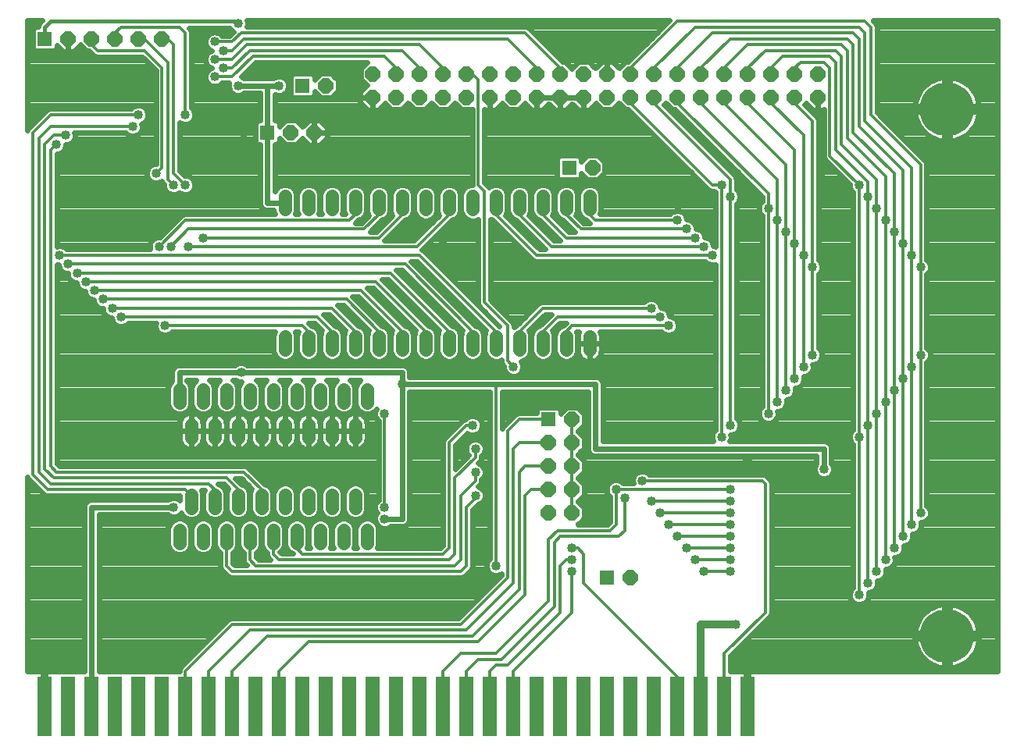
<source format=gbl>
G75*
G70*
%OFA0B0*%
%FSLAX24Y24*%
%IPPOS*%
%LPD*%
%AMOC8*
5,1,8,0,0,1.08239X$1,22.5*
%
%ADD10R,0.0600X0.2550*%
%ADD11C,0.0560*%
%ADD12OC8,0.0640*%
%ADD13R,0.0640X0.0640*%
%ADD14C,0.2300*%
%ADD15C,0.0320*%
%ADD16C,0.0400*%
%ADD17C,0.0240*%
%ADD18C,0.0120*%
%ADD19C,0.0160*%
D10*
X008811Y009771D03*
X009811Y009771D03*
X010811Y009771D03*
X011811Y009771D03*
X012811Y009771D03*
X013811Y009771D03*
X014811Y009771D03*
X015811Y009771D03*
X016811Y009771D03*
X017811Y009771D03*
X018811Y009771D03*
X019811Y009771D03*
X020811Y009771D03*
X021811Y009771D03*
X022811Y009771D03*
X023811Y009771D03*
X024811Y009771D03*
X025811Y009771D03*
X026811Y009771D03*
X027811Y009771D03*
X028811Y009771D03*
X029811Y009771D03*
X030811Y009771D03*
X031811Y009771D03*
X032811Y009771D03*
X033811Y009771D03*
X034811Y009771D03*
X035811Y009771D03*
X036811Y009771D03*
X037811Y009771D03*
X038811Y009771D03*
D11*
X022561Y016741D02*
X022561Y017301D01*
X021561Y017301D02*
X021561Y016741D01*
X020561Y016741D02*
X020561Y017301D01*
X019561Y017301D02*
X019561Y016741D01*
X018561Y016741D02*
X018561Y017301D01*
X017561Y017301D02*
X017561Y016741D01*
X016561Y016741D02*
X016561Y017301D01*
X015561Y017301D02*
X015561Y016741D01*
X014561Y016741D02*
X014561Y017301D01*
X015061Y018241D02*
X015061Y018801D01*
X016061Y018801D02*
X016061Y018241D01*
X017061Y018241D02*
X017061Y018801D01*
X018061Y018801D02*
X018061Y018241D01*
X019061Y018241D02*
X019061Y018801D01*
X020061Y018801D02*
X020061Y018241D01*
X021061Y018241D02*
X021061Y018801D01*
X022061Y018801D02*
X022061Y018241D01*
X022061Y021241D02*
X022061Y021801D01*
X021061Y021801D02*
X021061Y021241D01*
X020061Y021241D02*
X020061Y021801D01*
X019061Y021801D02*
X019061Y021241D01*
X018061Y021241D02*
X018061Y021801D01*
X017061Y021801D02*
X017061Y021241D01*
X016061Y021241D02*
X016061Y021801D01*
X015061Y021801D02*
X015061Y021241D01*
X014561Y022741D02*
X014561Y023301D01*
X015561Y023301D02*
X015561Y022741D01*
X016561Y022741D02*
X016561Y023301D01*
X017561Y023301D02*
X017561Y022741D01*
X018561Y022741D02*
X018561Y023301D01*
X019561Y023301D02*
X019561Y022741D01*
X020561Y022741D02*
X020561Y023301D01*
X021561Y023301D02*
X021561Y022741D01*
X022561Y022741D02*
X022561Y023301D01*
X022061Y024991D02*
X022061Y025551D01*
X021061Y025551D02*
X021061Y024991D01*
X020061Y024991D02*
X020061Y025551D01*
X019061Y025551D02*
X019061Y024991D01*
X023061Y024991D02*
X023061Y025551D01*
X024061Y025551D02*
X024061Y024991D01*
X025061Y024991D02*
X025061Y025551D01*
X026061Y025551D02*
X026061Y024991D01*
X027061Y024991D02*
X027061Y025551D01*
X028061Y025551D02*
X028061Y024991D01*
X029061Y024991D02*
X029061Y025551D01*
X030061Y025551D02*
X030061Y024991D01*
X031061Y024991D02*
X031061Y025551D01*
X032061Y025551D02*
X032061Y024991D01*
X032061Y030991D02*
X032061Y031551D01*
X031061Y031551D02*
X031061Y030991D01*
X030061Y030991D02*
X030061Y031551D01*
X029061Y031551D02*
X029061Y030991D01*
X028061Y030991D02*
X028061Y031551D01*
X027061Y031551D02*
X027061Y030991D01*
X026061Y030991D02*
X026061Y031551D01*
X025061Y031551D02*
X025061Y030991D01*
X024061Y030991D02*
X024061Y031551D01*
X023061Y031551D02*
X023061Y030991D01*
X022061Y030991D02*
X022061Y031551D01*
X021061Y031551D02*
X021061Y030991D01*
X020061Y030991D02*
X020061Y031551D01*
X019061Y031551D02*
X019061Y030991D01*
D12*
X019311Y034271D03*
X020311Y034271D03*
X020811Y036271D03*
X022811Y036771D03*
X023811Y036771D03*
X024811Y036771D03*
X025811Y036771D03*
X026811Y036771D03*
X027811Y036771D03*
X028811Y036771D03*
X029811Y036771D03*
X030811Y036771D03*
X031811Y036771D03*
X032811Y036771D03*
X033811Y036771D03*
X034811Y036771D03*
X035811Y036771D03*
X036811Y036771D03*
X037811Y036771D03*
X038811Y036771D03*
X039811Y036771D03*
X040811Y036771D03*
X041811Y036771D03*
X041811Y035771D03*
X040811Y035771D03*
X039811Y035771D03*
X038811Y035771D03*
X037811Y035771D03*
X036811Y035771D03*
X035811Y035771D03*
X034811Y035771D03*
X033811Y035771D03*
X032811Y035771D03*
X031811Y035771D03*
X030811Y035771D03*
X029811Y035771D03*
X028811Y035771D03*
X027811Y035771D03*
X026811Y035771D03*
X025811Y035771D03*
X024811Y035771D03*
X023811Y035771D03*
X022811Y035771D03*
X013811Y038271D03*
X012811Y038271D03*
X011811Y038271D03*
X010811Y038271D03*
X009811Y038271D03*
X032186Y032771D03*
X031311Y022021D03*
X031311Y021021D03*
X030311Y021021D03*
X030311Y020021D03*
X031311Y020021D03*
X031311Y019021D03*
X030311Y019021D03*
X030311Y018021D03*
X031311Y018021D03*
X033811Y015271D03*
D13*
X032811Y015271D03*
X030311Y022021D03*
X031186Y032771D03*
X019811Y036271D03*
X018311Y034271D03*
X008811Y038271D03*
D14*
X047311Y035271D03*
X047311Y012771D03*
D15*
X038811Y011771D02*
X038811Y009771D01*
X036811Y009771D02*
X036811Y013271D01*
X038311Y013271D01*
X008811Y011521D02*
X008811Y009771D01*
D16*
X008561Y012271D03*
X015061Y014771D03*
X014311Y018271D03*
X019811Y015021D03*
X023311Y017771D03*
X023311Y018271D03*
X027186Y018771D03*
X027186Y019771D03*
X027186Y020771D03*
X027061Y021771D03*
X024061Y023521D03*
X023311Y022271D03*
X028811Y024271D03*
X028561Y028271D03*
X026811Y028271D03*
X025811Y029521D03*
X017311Y034271D03*
X017061Y036271D03*
X016436Y037021D03*
X016061Y037396D03*
X016436Y037771D03*
X016061Y038146D03*
X017061Y038927D03*
X016061Y036646D03*
X014811Y035021D03*
X012811Y035021D03*
X012561Y034521D03*
X011311Y035771D03*
X009686Y034146D03*
X009311Y033771D03*
X012936Y032021D03*
X013561Y032521D03*
X014311Y032021D03*
X014811Y032021D03*
X016561Y031271D03*
X015561Y029771D03*
X014936Y029396D03*
X014186Y029396D03*
X013686Y029396D03*
X011311Y027146D03*
X010936Y027521D03*
X010561Y027896D03*
X010186Y028271D03*
X009811Y028646D03*
X009436Y029021D03*
X011686Y026771D03*
X012061Y026396D03*
X013936Y026021D03*
X017186Y024021D03*
X008561Y018021D03*
X024311Y014521D03*
X028061Y015771D03*
X031311Y016021D03*
X031311Y016521D03*
X031311Y015521D03*
X035061Y018021D03*
X034686Y018521D03*
X034311Y019396D03*
X033186Y019021D03*
X033561Y018646D03*
X035436Y017521D03*
X035811Y017021D03*
X036186Y016521D03*
X036561Y016021D03*
X036936Y015521D03*
X038061Y015521D03*
X038061Y016021D03*
X038061Y016521D03*
X038061Y017021D03*
X038061Y017521D03*
X038061Y018021D03*
X038061Y018521D03*
X038061Y019021D03*
X038811Y020271D03*
X037686Y021271D03*
X038061Y021771D03*
X039686Y022271D03*
X040061Y022771D03*
X040436Y023271D03*
X040811Y023771D03*
X041186Y024271D03*
X041561Y024771D03*
X039124Y026146D03*
X039124Y027177D03*
X041561Y028521D03*
X041186Y029021D03*
X040811Y029521D03*
X040436Y030021D03*
X040061Y030521D03*
X039686Y031021D03*
X038061Y031521D03*
X037686Y032021D03*
X035811Y030521D03*
X036186Y030146D03*
X036561Y029771D03*
X036936Y029396D03*
X037311Y029021D03*
X034686Y026771D03*
X035061Y026396D03*
X035436Y026021D03*
X042061Y019896D03*
X043561Y021271D03*
X043936Y021771D03*
X044311Y022271D03*
X044686Y022771D03*
X045061Y023271D03*
X045436Y023771D03*
X045811Y024271D03*
X046186Y024771D03*
X046186Y028521D03*
X045811Y029021D03*
X045436Y029521D03*
X045061Y030021D03*
X044686Y030521D03*
X044311Y031021D03*
X043936Y031521D03*
X043561Y032021D03*
X041936Y032521D03*
X046592Y032021D03*
X046186Y018021D03*
X045811Y017521D03*
X045436Y017021D03*
X045061Y016521D03*
X044686Y016021D03*
X044311Y015521D03*
X043936Y015021D03*
X043561Y014521D03*
X040061Y014521D03*
X038311Y013271D03*
X040092Y012271D03*
X018811Y036271D03*
D17*
X018311Y036271D01*
X017061Y036271D01*
X017228Y036634D02*
X018644Y036634D01*
X018584Y036610D02*
X018731Y036671D01*
X018891Y036671D01*
X019038Y036610D01*
X019150Y036497D01*
X019211Y036350D01*
X019211Y036191D01*
X019150Y036044D01*
X019038Y035932D01*
X018891Y035871D01*
X018731Y035871D01*
X018631Y035912D01*
X018631Y034791D01*
X018714Y034791D01*
X018831Y034674D01*
X018831Y034526D01*
X019096Y034791D01*
X019526Y034791D01*
X019797Y034520D01*
X020087Y034811D01*
X020311Y034811D01*
X020311Y034271D01*
X020311Y034271D01*
X020311Y034811D01*
X020535Y034811D01*
X020851Y034494D01*
X020851Y034271D01*
X020311Y034271D01*
X020311Y034270D01*
X020311Y033731D01*
X020535Y033731D01*
X020851Y034047D01*
X020851Y034270D01*
X020311Y034270D01*
X020311Y034270D01*
X020311Y033731D01*
X020087Y033731D01*
X019797Y034021D01*
X019526Y033751D01*
X019096Y033751D01*
X018831Y034015D01*
X018831Y033868D01*
X018714Y033751D01*
X018631Y033751D01*
X018631Y031767D01*
X018654Y031823D01*
X018789Y031958D01*
X018966Y032031D01*
X019156Y032031D01*
X019333Y031958D01*
X019468Y031823D01*
X019541Y031646D01*
X019541Y030895D01*
X019494Y030781D01*
X019629Y030781D01*
X019581Y030895D01*
X019581Y031646D01*
X019654Y031823D01*
X019789Y031958D01*
X019966Y032031D01*
X020156Y032031D01*
X020333Y031958D01*
X020468Y031823D01*
X020541Y031646D01*
X020541Y030895D01*
X020494Y030781D01*
X020629Y030781D01*
X020581Y030895D01*
X020581Y031646D01*
X020654Y031823D01*
X020789Y031958D01*
X020966Y032031D01*
X021156Y032031D01*
X021333Y031958D01*
X021468Y031823D01*
X021541Y031646D01*
X021541Y030895D01*
X021494Y030781D01*
X021629Y030781D01*
X021581Y030895D01*
X021581Y031646D01*
X021654Y031823D01*
X021789Y031958D01*
X021966Y032031D01*
X022156Y032031D01*
X022333Y031958D01*
X022468Y031823D01*
X022541Y031646D01*
X022541Y030895D01*
X022468Y030719D01*
X022333Y030584D01*
X022177Y030519D01*
X022064Y030406D01*
X022328Y030406D01*
X022650Y030728D01*
X022581Y030895D01*
X022581Y031646D01*
X022654Y031823D01*
X022789Y031958D01*
X022966Y032031D01*
X023156Y032031D01*
X023333Y031958D01*
X023468Y031823D01*
X023541Y031646D01*
X023541Y030895D01*
X023468Y030719D01*
X023333Y030584D01*
X023177Y030519D01*
X022689Y030031D01*
X022953Y030031D01*
X023650Y030728D01*
X023581Y030895D01*
X023581Y031646D01*
X023654Y031823D01*
X023789Y031958D01*
X023966Y032031D01*
X024156Y032031D01*
X024333Y031958D01*
X024468Y031823D01*
X024541Y031646D01*
X024541Y030895D01*
X024468Y030719D01*
X024333Y030584D01*
X024177Y030519D01*
X023314Y029656D01*
X024578Y029656D01*
X025650Y030728D01*
X025581Y030895D01*
X025581Y031646D01*
X025654Y031823D01*
X025789Y031958D01*
X025966Y032031D01*
X026156Y032031D01*
X026333Y031958D01*
X026468Y031823D01*
X026541Y031646D01*
X026541Y030895D01*
X026468Y030719D01*
X026333Y030584D01*
X026177Y030519D01*
X024916Y029258D01*
X024958Y029241D01*
X028177Y026022D01*
X028202Y026012D01*
X027414Y026800D01*
X027414Y026800D01*
X027341Y026873D01*
X027301Y026969D01*
X027301Y030571D01*
X027156Y030511D01*
X026966Y030511D01*
X026789Y030584D01*
X026654Y030719D01*
X026581Y030895D01*
X026581Y031646D01*
X026654Y031823D01*
X026789Y031958D01*
X026966Y032031D01*
X027051Y032031D01*
X027051Y032072D01*
X027051Y035275D01*
X027026Y035251D01*
X026596Y035251D01*
X026311Y035535D01*
X026026Y035251D01*
X025596Y035251D01*
X025311Y035535D01*
X025026Y035251D01*
X024596Y035251D01*
X024311Y035535D01*
X024026Y035251D01*
X023596Y035251D01*
X023325Y035521D01*
X023035Y035231D01*
X022811Y035231D01*
X022811Y035770D01*
X022811Y035770D01*
X022811Y035231D01*
X022587Y035231D01*
X022271Y035547D01*
X022271Y035770D01*
X022811Y035770D01*
X022811Y035771D01*
X022271Y035771D01*
X022271Y035994D01*
X022562Y036285D01*
X022291Y036555D01*
X022291Y036986D01*
X022566Y037261D01*
X017794Y037261D01*
X017185Y036652D01*
X017288Y036610D01*
X017307Y036591D01*
X018375Y036591D01*
X018565Y036591D01*
X018584Y036610D01*
X018978Y036634D02*
X019291Y036634D01*
X019291Y036674D02*
X019291Y035868D01*
X019408Y035751D01*
X020214Y035751D01*
X020331Y035868D01*
X020331Y036015D01*
X020596Y035751D01*
X021026Y035751D01*
X021331Y036055D01*
X021331Y036486D01*
X021026Y036791D01*
X020596Y036791D01*
X020331Y036526D01*
X020331Y036674D01*
X020214Y036791D01*
X019408Y036791D01*
X019291Y036674D01*
X019291Y036396D02*
X019192Y036396D01*
X019197Y036157D02*
X019291Y036157D01*
X019291Y035919D02*
X019007Y035919D01*
X018631Y035680D02*
X022271Y035680D01*
X022271Y035919D02*
X021194Y035919D01*
X021331Y036157D02*
X022434Y036157D01*
X022450Y036396D02*
X021331Y036396D01*
X021183Y036634D02*
X022291Y036634D01*
X022291Y036873D02*
X017406Y036873D01*
X017644Y037112D02*
X022417Y037112D01*
X022811Y035680D02*
X022811Y035680D01*
X022811Y035442D02*
X022811Y035442D01*
X023246Y035442D02*
X023405Y035442D01*
X024217Y035442D02*
X024405Y035442D01*
X025217Y035442D02*
X025405Y035442D01*
X026217Y035442D02*
X026405Y035442D01*
X027051Y035203D02*
X018631Y035203D01*
X018631Y034965D02*
X027051Y034965D01*
X027051Y034726D02*
X020619Y034726D01*
X020311Y034726D02*
X020311Y034726D01*
X020311Y034488D02*
X020311Y034488D01*
X020311Y034249D02*
X020311Y034249D01*
X020311Y034010D02*
X020311Y034010D01*
X020311Y033772D02*
X020311Y033772D01*
X020046Y033772D02*
X019548Y033772D01*
X019786Y034010D02*
X019808Y034010D01*
X019074Y033772D02*
X018735Y033772D01*
X018831Y034010D02*
X018836Y034010D01*
X018631Y033533D02*
X027051Y033533D01*
X027051Y033295D02*
X018631Y033295D01*
X018631Y033056D02*
X027051Y033056D01*
X027051Y032818D02*
X018631Y032818D01*
X018631Y032579D02*
X027051Y032579D01*
X027051Y032341D02*
X018631Y032341D01*
X018631Y032102D02*
X027051Y032102D01*
X026695Y031864D02*
X026427Y031864D01*
X026541Y031625D02*
X026581Y031625D01*
X026581Y031386D02*
X026541Y031386D01*
X026541Y031148D02*
X026581Y031148D01*
X026581Y030909D02*
X026541Y030909D01*
X026420Y030671D02*
X026702Y030671D01*
X027301Y030432D02*
X026090Y030432D01*
X025852Y030194D02*
X027301Y030194D01*
X027301Y029955D02*
X025613Y029955D01*
X025375Y029717D02*
X027301Y029717D01*
X027301Y029478D02*
X025136Y029478D01*
X024960Y029240D02*
X027301Y029240D01*
X027301Y029001D02*
X025198Y029001D01*
X025437Y028763D02*
X027301Y028763D01*
X027301Y028524D02*
X025675Y028524D01*
X025914Y028285D02*
X027301Y028285D01*
X027301Y028047D02*
X026152Y028047D01*
X026391Y027808D02*
X027301Y027808D01*
X027301Y027570D02*
X026630Y027570D01*
X026868Y027331D02*
X027301Y027331D01*
X027301Y027093D02*
X027107Y027093D01*
X027345Y026854D02*
X027360Y026854D01*
X027584Y026616D02*
X027598Y026616D01*
X027822Y026377D02*
X027837Y026377D01*
X028061Y026139D02*
X028076Y026139D01*
X027650Y025814D02*
X027581Y025646D01*
X027581Y024895D01*
X027654Y024719D01*
X027789Y024584D01*
X027966Y024511D01*
X028156Y024511D01*
X028301Y024571D01*
X028301Y024469D01*
X028341Y024373D01*
X028411Y024303D01*
X028411Y024191D01*
X028472Y024044D01*
X028584Y023932D01*
X028731Y023871D01*
X028891Y023871D01*
X029038Y023932D01*
X029150Y024044D01*
X029211Y024191D01*
X029211Y024350D01*
X029150Y024497D01*
X029137Y024511D01*
X029156Y024511D01*
X029333Y024584D01*
X029468Y024719D01*
X029541Y024895D01*
X029541Y025646D01*
X029472Y025814D01*
X030169Y026511D01*
X030433Y026511D01*
X029945Y026022D01*
X029789Y025958D01*
X029654Y025823D01*
X029581Y025646D01*
X029581Y024895D01*
X029654Y024719D01*
X029789Y024584D01*
X029966Y024511D01*
X030156Y024511D01*
X030333Y024584D01*
X030468Y024719D01*
X030541Y024895D01*
X030541Y025646D01*
X030472Y025814D01*
X030794Y026136D01*
X031058Y026136D01*
X030945Y026022D01*
X030789Y025958D01*
X030654Y025823D01*
X030581Y025646D01*
X030581Y024895D01*
X030654Y024719D01*
X030789Y024584D01*
X030966Y024511D01*
X031156Y024511D01*
X031333Y024584D01*
X031468Y024719D01*
X031541Y024895D01*
X031541Y025646D01*
X031494Y025761D01*
X031607Y025761D01*
X031598Y025743D01*
X031573Y025668D01*
X031561Y025590D01*
X031561Y025271D01*
X032061Y025271D01*
X032061Y025270D01*
X032061Y024491D01*
X032100Y024491D01*
X032178Y024503D01*
X032253Y024527D01*
X032323Y024563D01*
X032387Y024609D01*
X032442Y024665D01*
X032489Y024729D01*
X032524Y024799D01*
X032549Y024874D01*
X032561Y024951D01*
X032561Y025270D01*
X032061Y025270D01*
X032061Y025270D01*
X032061Y024491D01*
X032022Y024491D01*
X031944Y024503D01*
X031869Y024527D01*
X031799Y024563D01*
X031735Y024609D01*
X031680Y024665D01*
X031633Y024729D01*
X031598Y024799D01*
X031573Y024874D01*
X031561Y024951D01*
X031561Y025270D01*
X032061Y025270D01*
X032061Y025271D01*
X032561Y025271D01*
X032561Y025590D01*
X032549Y025668D01*
X032524Y025743D01*
X032515Y025761D01*
X035130Y025761D01*
X035209Y025682D01*
X035356Y025621D01*
X035516Y025621D01*
X035663Y025682D01*
X035775Y025794D01*
X035836Y025941D01*
X035836Y026100D01*
X035775Y026247D01*
X035663Y026360D01*
X035516Y026421D01*
X035461Y026421D01*
X035461Y026475D01*
X035400Y026622D01*
X035288Y026735D01*
X035141Y026796D01*
X035086Y026796D01*
X035086Y026850D01*
X035025Y026997D01*
X034913Y027110D01*
X034766Y027171D01*
X034606Y027171D01*
X034459Y027110D01*
X034380Y027031D01*
X030113Y027031D01*
X030009Y027031D01*
X029914Y026991D01*
X028945Y026022D01*
X028821Y025971D01*
X028821Y026072D01*
X028781Y026168D01*
X028708Y026241D01*
X027821Y027128D01*
X027821Y030571D01*
X027945Y030519D01*
X029664Y028800D01*
X029759Y028761D01*
X029863Y028761D01*
X037005Y028761D01*
X037084Y028682D01*
X037231Y028621D01*
X037391Y028621D01*
X037426Y028635D01*
X037426Y021576D01*
X037347Y021497D01*
X037286Y021350D01*
X037286Y021191D01*
X037328Y021091D01*
X032631Y021091D01*
X032631Y023584D01*
X032582Y023702D01*
X032492Y023792D01*
X032375Y023841D01*
X032247Y023841D01*
X027997Y023841D01*
X024381Y023841D01*
X024381Y024084D01*
X024332Y024202D01*
X024242Y024292D01*
X024125Y024341D01*
X023997Y024341D01*
X017432Y024341D01*
X017413Y024360D01*
X017266Y024421D01*
X017106Y024421D01*
X016959Y024360D01*
X016940Y024341D01*
X014497Y024341D01*
X014380Y024292D01*
X014290Y024202D01*
X014241Y024084D01*
X014241Y023957D01*
X014241Y023660D01*
X014154Y023573D01*
X014081Y023396D01*
X014081Y022645D01*
X014154Y022469D01*
X014289Y022334D01*
X014466Y022261D01*
X014656Y022261D01*
X014833Y022334D01*
X014968Y022469D01*
X015041Y022645D01*
X015041Y023396D01*
X014968Y023573D01*
X014881Y023660D01*
X014881Y023701D01*
X015282Y023701D01*
X015154Y023573D01*
X015081Y023396D01*
X015081Y022645D01*
X015154Y022469D01*
X015289Y022334D01*
X015466Y022261D01*
X015656Y022261D01*
X015833Y022334D01*
X015968Y022469D01*
X016041Y022645D01*
X016041Y023396D01*
X015968Y023573D01*
X015840Y023701D01*
X016282Y023701D01*
X016154Y023573D01*
X016081Y023396D01*
X016081Y022645D01*
X016154Y022469D01*
X016289Y022334D01*
X016466Y022261D01*
X016656Y022261D01*
X016833Y022334D01*
X016968Y022469D01*
X017041Y022645D01*
X017041Y023396D01*
X016968Y023573D01*
X016840Y023701D01*
X016940Y023701D01*
X016959Y023682D01*
X017106Y023621D01*
X017202Y023621D01*
X017154Y023573D01*
X017081Y023396D01*
X017081Y022645D01*
X017154Y022469D01*
X017289Y022334D01*
X017466Y022261D01*
X017656Y022261D01*
X017833Y022334D01*
X017968Y022469D01*
X018041Y022645D01*
X018041Y023396D01*
X017968Y023573D01*
X017840Y023701D01*
X018282Y023701D01*
X018154Y023573D01*
X018081Y023396D01*
X018081Y022645D01*
X018154Y022469D01*
X018289Y022334D01*
X018466Y022261D01*
X018656Y022261D01*
X018833Y022334D01*
X018968Y022469D01*
X019041Y022645D01*
X019041Y023396D01*
X018968Y023573D01*
X018840Y023701D01*
X019282Y023701D01*
X019154Y023573D01*
X019081Y023396D01*
X019081Y022645D01*
X019154Y022469D01*
X019289Y022334D01*
X019466Y022261D01*
X019656Y022261D01*
X019833Y022334D01*
X019968Y022469D01*
X020041Y022645D01*
X020041Y023396D01*
X019968Y023573D01*
X019840Y023701D01*
X020282Y023701D01*
X020154Y023573D01*
X020081Y023396D01*
X020081Y022645D01*
X020154Y022469D01*
X020289Y022334D01*
X020466Y022261D01*
X020656Y022261D01*
X020833Y022334D01*
X020968Y022469D01*
X021041Y022645D01*
X021041Y023396D01*
X020968Y023573D01*
X020840Y023701D01*
X021282Y023701D01*
X021154Y023573D01*
X021081Y023396D01*
X021081Y022645D01*
X021154Y022469D01*
X021289Y022334D01*
X021466Y022261D01*
X021656Y022261D01*
X021833Y022334D01*
X021968Y022469D01*
X022041Y022645D01*
X022041Y023396D01*
X021968Y023573D01*
X021840Y023701D01*
X022282Y023701D01*
X022154Y023573D01*
X022081Y023396D01*
X022081Y022645D01*
X022154Y022469D01*
X022289Y022334D01*
X022466Y022261D01*
X022656Y022261D01*
X022833Y022334D01*
X022955Y022456D01*
X022911Y022350D01*
X022911Y022191D01*
X022972Y022044D01*
X023051Y021965D01*
X023051Y018576D01*
X022972Y018497D01*
X022911Y018350D01*
X022911Y018191D01*
X022972Y018044D01*
X022995Y018021D01*
X022972Y017997D01*
X022911Y017850D01*
X022911Y017691D01*
X022955Y017586D01*
X022833Y017708D01*
X022656Y017781D01*
X022466Y017781D01*
X022289Y017708D01*
X022154Y017573D01*
X022081Y017396D01*
X022081Y016645D01*
X022128Y016531D01*
X021994Y016531D01*
X022041Y016645D01*
X022041Y017396D01*
X021968Y017573D01*
X021833Y017708D01*
X021656Y017781D01*
X021466Y017781D01*
X021289Y017708D01*
X021154Y017573D01*
X021081Y017396D01*
X021081Y016645D01*
X021128Y016531D01*
X020994Y016531D01*
X021041Y016645D01*
X021041Y017396D01*
X020968Y017573D01*
X020833Y017708D01*
X020656Y017781D01*
X020466Y017781D01*
X020289Y017708D01*
X020154Y017573D01*
X020081Y017396D01*
X020081Y016645D01*
X020128Y016531D01*
X019994Y016531D01*
X020041Y016645D01*
X020041Y017396D01*
X019968Y017573D01*
X019833Y017708D01*
X019656Y017781D01*
X019466Y017781D01*
X019289Y017708D01*
X019154Y017573D01*
X019081Y017396D01*
X019081Y016645D01*
X019154Y016469D01*
X019289Y016334D01*
X019417Y016281D01*
X018919Y016281D01*
X018849Y016350D01*
X018968Y016469D01*
X019041Y016645D01*
X019041Y017396D01*
X018968Y017573D01*
X018833Y017708D01*
X018656Y017781D01*
X018466Y017781D01*
X018289Y017708D01*
X018154Y017573D01*
X018081Y017396D01*
X018081Y016645D01*
X018154Y016469D01*
X018289Y016334D01*
X018301Y016329D01*
X018301Y016219D01*
X018341Y016123D01*
X018414Y016050D01*
X018433Y016031D01*
X017919Y016031D01*
X017821Y016128D01*
X017821Y016329D01*
X017833Y016334D01*
X017968Y016469D01*
X018041Y016645D01*
X018041Y017396D01*
X017968Y017573D01*
X017833Y017708D01*
X017656Y017781D01*
X017466Y017781D01*
X017289Y017708D01*
X017154Y017573D01*
X017081Y017396D01*
X017081Y016645D01*
X017154Y016469D01*
X017289Y016334D01*
X017301Y016329D01*
X017301Y016072D01*
X017301Y015969D01*
X017341Y015873D01*
X017433Y015781D01*
X016919Y015781D01*
X016821Y015878D01*
X016821Y016329D01*
X016833Y016334D01*
X016968Y016469D01*
X017041Y016645D01*
X017041Y017396D01*
X016968Y017573D01*
X016833Y017708D01*
X016656Y017781D01*
X016466Y017781D01*
X016289Y017708D01*
X016154Y017573D01*
X016081Y017396D01*
X016081Y016645D01*
X016154Y016469D01*
X016289Y016334D01*
X016301Y016329D01*
X016301Y015822D01*
X016301Y015719D01*
X016341Y015623D01*
X016664Y015300D01*
X016759Y015261D01*
X016863Y015261D01*
X026613Y015261D01*
X026708Y015300D01*
X026781Y015373D01*
X027031Y015623D01*
X027071Y015719D01*
X027071Y015822D01*
X027071Y018163D01*
X027288Y018380D01*
X027413Y018432D01*
X027525Y018544D01*
X027586Y018691D01*
X027586Y018850D01*
X027525Y018997D01*
X027413Y019110D01*
X027310Y019152D01*
X027406Y019248D01*
X027446Y019344D01*
X027446Y019447D01*
X027446Y019465D01*
X027525Y019544D01*
X027586Y019691D01*
X027586Y019850D01*
X027525Y019997D01*
X027413Y020110D01*
X027310Y020152D01*
X027406Y020248D01*
X027446Y020344D01*
X027446Y020447D01*
X027446Y020465D01*
X027525Y020544D01*
X027586Y020691D01*
X027586Y020850D01*
X027525Y020997D01*
X027413Y021110D01*
X027266Y021171D01*
X027106Y021171D01*
X026959Y021110D01*
X026847Y020997D01*
X026786Y020850D01*
X026786Y020691D01*
X026847Y020544D01*
X026907Y020484D01*
X026321Y019898D01*
X026321Y020913D01*
X026838Y021430D01*
X026981Y021371D01*
X027141Y021371D01*
X027288Y021432D01*
X027400Y021544D01*
X027461Y021691D01*
X027461Y021850D01*
X027400Y021997D01*
X027288Y022110D01*
X027141Y022171D01*
X026981Y022171D01*
X026834Y022110D01*
X026753Y022028D01*
X026664Y021991D01*
X025914Y021241D01*
X025841Y021168D01*
X025801Y021072D01*
X025801Y016628D01*
X025703Y016531D01*
X022994Y016531D01*
X023041Y016645D01*
X023041Y017396D01*
X022985Y017531D01*
X023084Y017432D01*
X023231Y017371D01*
X023391Y017371D01*
X023538Y017432D01*
X023557Y017451D01*
X024125Y017451D01*
X024242Y017499D01*
X024332Y017589D01*
X024381Y017707D01*
X024381Y017834D01*
X024381Y023201D01*
X027801Y023201D01*
X027801Y016076D01*
X027722Y015997D01*
X027661Y015850D01*
X027661Y015691D01*
X027722Y015544D01*
X027834Y015432D01*
X027981Y015371D01*
X028141Y015371D01*
X028288Y015432D01*
X028301Y015445D01*
X028301Y015378D01*
X026453Y013531D01*
X016863Y013531D01*
X016759Y013531D01*
X016664Y013491D01*
X014591Y011418D01*
X014551Y011322D01*
X014551Y011271D01*
X011131Y011271D01*
X011131Y017951D01*
X014065Y017951D01*
X014084Y017932D01*
X014231Y017871D01*
X014391Y017871D01*
X014538Y017932D01*
X014631Y018025D01*
X014654Y017969D01*
X014789Y017834D01*
X014966Y017761D01*
X015156Y017761D01*
X015333Y017834D01*
X015468Y017969D01*
X015541Y018145D01*
X015541Y018896D01*
X015494Y019011D01*
X015629Y019011D01*
X015581Y018896D01*
X015581Y018145D01*
X015654Y017969D01*
X015789Y017834D01*
X015966Y017761D01*
X016156Y017761D01*
X016333Y017834D01*
X016468Y017969D01*
X016541Y018145D01*
X016541Y018896D01*
X016468Y019073D01*
X016333Y019208D01*
X016205Y019261D01*
X016453Y019261D01*
X016650Y019064D01*
X016581Y018896D01*
X016581Y018145D01*
X016654Y017969D01*
X016789Y017834D01*
X016966Y017761D01*
X017156Y017761D01*
X017333Y017834D01*
X017468Y017969D01*
X017541Y018145D01*
X017541Y018896D01*
X017468Y019073D01*
X017333Y019208D01*
X017177Y019272D01*
X016939Y019511D01*
X017203Y019511D01*
X017650Y019064D01*
X017581Y018896D01*
X017581Y018145D01*
X017654Y017969D01*
X017789Y017834D01*
X017966Y017761D01*
X018156Y017761D01*
X018333Y017834D01*
X018468Y017969D01*
X018541Y018145D01*
X018541Y018896D01*
X018468Y019073D01*
X018333Y019208D01*
X018177Y019272D01*
X017531Y019918D01*
X017458Y019991D01*
X017363Y020031D01*
X009419Y020031D01*
X009321Y020128D01*
X009321Y028635D01*
X009356Y028621D01*
X009411Y028621D01*
X009411Y028566D01*
X009472Y028419D01*
X009584Y028307D01*
X009731Y028246D01*
X009786Y028246D01*
X009786Y028191D01*
X009847Y028044D01*
X009959Y027932D01*
X010106Y027871D01*
X010161Y027871D01*
X010161Y027816D01*
X010222Y027669D01*
X010334Y027557D01*
X010481Y027496D01*
X010536Y027496D01*
X010536Y027441D01*
X010597Y027294D01*
X010709Y027182D01*
X010856Y027121D01*
X010911Y027121D01*
X010911Y027066D01*
X010972Y026919D01*
X011084Y026807D01*
X011231Y026746D01*
X011286Y026746D01*
X011286Y026691D01*
X011347Y026544D01*
X011459Y026432D01*
X011606Y026371D01*
X011661Y026371D01*
X011661Y026316D01*
X011722Y026169D01*
X011834Y026057D01*
X011981Y025996D01*
X012141Y025996D01*
X012288Y026057D01*
X012367Y026136D01*
X013551Y026136D01*
X013536Y026100D01*
X013536Y025941D01*
X013597Y025794D01*
X013709Y025682D01*
X013856Y025621D01*
X014016Y025621D01*
X014163Y025682D01*
X014242Y025761D01*
X018629Y025761D01*
X018581Y025646D01*
X018581Y024895D01*
X018654Y024719D01*
X018789Y024584D01*
X018966Y024511D01*
X019156Y024511D01*
X019333Y024584D01*
X019468Y024719D01*
X019541Y024895D01*
X019541Y025646D01*
X019494Y025761D01*
X019629Y025761D01*
X019581Y025646D01*
X019581Y024895D01*
X019654Y024719D01*
X019789Y024584D01*
X019966Y024511D01*
X020156Y024511D01*
X020333Y024584D01*
X020468Y024719D01*
X020541Y024895D01*
X020541Y025646D01*
X020468Y025823D01*
X020333Y025958D01*
X020177Y026022D01*
X020064Y026136D01*
X020328Y026136D01*
X020650Y025814D01*
X020581Y025646D01*
X020581Y024895D01*
X020654Y024719D01*
X020789Y024584D01*
X020966Y024511D01*
X021156Y024511D01*
X021333Y024584D01*
X021468Y024719D01*
X021541Y024895D01*
X021541Y025646D01*
X021468Y025823D01*
X021333Y025958D01*
X021177Y026022D01*
X020689Y026511D01*
X020953Y026511D01*
X021650Y025814D01*
X021581Y025646D01*
X021581Y024895D01*
X021654Y024719D01*
X021789Y024584D01*
X021966Y024511D01*
X022156Y024511D01*
X022333Y024584D01*
X022468Y024719D01*
X022541Y024895D01*
X022541Y025646D01*
X022468Y025823D01*
X022333Y025958D01*
X022177Y026022D01*
X021314Y026886D01*
X021578Y026886D01*
X022650Y025814D01*
X022581Y025646D01*
X022581Y024895D01*
X022654Y024719D01*
X022789Y024584D01*
X022966Y024511D01*
X023156Y024511D01*
X023333Y024584D01*
X023468Y024719D01*
X023541Y024895D01*
X023541Y025646D01*
X023468Y025823D01*
X023333Y025958D01*
X023177Y026022D01*
X021939Y027261D01*
X022203Y027261D01*
X023650Y025814D01*
X023581Y025646D01*
X023581Y024895D01*
X023654Y024719D01*
X023789Y024584D01*
X023966Y024511D01*
X024156Y024511D01*
X024333Y024584D01*
X024468Y024719D01*
X024541Y024895D01*
X024541Y025646D01*
X024468Y025823D01*
X024333Y025958D01*
X024177Y026022D01*
X022564Y027636D01*
X022828Y027636D01*
X024650Y025814D01*
X024581Y025646D01*
X024581Y024895D01*
X024654Y024719D01*
X024789Y024584D01*
X024966Y024511D01*
X025156Y024511D01*
X025333Y024584D01*
X025468Y024719D01*
X025541Y024895D01*
X025541Y025646D01*
X025468Y025823D01*
X025333Y025958D01*
X025177Y026022D01*
X023189Y028011D01*
X023453Y028011D01*
X025650Y025814D01*
X025581Y025646D01*
X025581Y024895D01*
X025654Y024719D01*
X025789Y024584D01*
X025966Y024511D01*
X026156Y024511D01*
X026333Y024584D01*
X026468Y024719D01*
X026541Y024895D01*
X026541Y025646D01*
X026468Y025823D01*
X026333Y025958D01*
X026177Y026022D01*
X023814Y028386D01*
X024078Y028386D01*
X026650Y025814D01*
X026581Y025646D01*
X026581Y024895D01*
X026654Y024719D01*
X026789Y024584D01*
X026966Y024511D01*
X027156Y024511D01*
X027333Y024584D01*
X027468Y024719D01*
X027541Y024895D01*
X027541Y025646D01*
X027468Y025823D01*
X027333Y025958D01*
X027177Y026022D01*
X024439Y028761D01*
X024703Y028761D01*
X027650Y025814D01*
X027564Y025900D02*
X027391Y025900D01*
X027325Y026139D02*
X027061Y026139D01*
X027087Y026377D02*
X026822Y026377D01*
X026848Y026616D02*
X026584Y026616D01*
X026610Y026854D02*
X026345Y026854D01*
X026371Y027093D02*
X026107Y027093D01*
X026133Y027331D02*
X025868Y027331D01*
X025894Y027570D02*
X025630Y027570D01*
X025656Y027808D02*
X025391Y027808D01*
X025417Y028047D02*
X025152Y028047D01*
X025179Y028285D02*
X024914Y028285D01*
X024940Y028524D02*
X024675Y028524D01*
X024417Y028047D02*
X024152Y028047D01*
X024179Y028285D02*
X023914Y028285D01*
X023656Y027808D02*
X023391Y027808D01*
X023630Y027570D02*
X023894Y027570D01*
X023868Y027331D02*
X024133Y027331D01*
X024107Y027093D02*
X024371Y027093D01*
X024345Y026854D02*
X024610Y026854D01*
X024584Y026616D02*
X024848Y026616D01*
X024822Y026377D02*
X025087Y026377D01*
X025061Y026139D02*
X025325Y026139D01*
X025391Y025900D02*
X025564Y025900D01*
X025535Y025661D02*
X025587Y025661D01*
X025581Y025423D02*
X025541Y025423D01*
X025541Y025184D02*
X025581Y025184D01*
X025581Y024946D02*
X025541Y024946D01*
X025456Y024707D02*
X025666Y024707D01*
X026456Y024707D02*
X026666Y024707D01*
X026581Y024946D02*
X026541Y024946D01*
X026541Y025184D02*
X026581Y025184D01*
X026581Y025423D02*
X026541Y025423D01*
X026535Y025661D02*
X026587Y025661D01*
X026564Y025900D02*
X026391Y025900D01*
X026326Y026139D02*
X026061Y026139D01*
X026087Y026377D02*
X025822Y026377D01*
X025848Y026616D02*
X025584Y026616D01*
X025610Y026854D02*
X025345Y026854D01*
X025371Y027093D02*
X025107Y027093D01*
X025133Y027331D02*
X024868Y027331D01*
X024894Y027570D02*
X024630Y027570D01*
X024656Y027808D02*
X024391Y027808D01*
X023610Y026854D02*
X023345Y026854D01*
X023371Y027093D02*
X023107Y027093D01*
X023133Y027331D02*
X022868Y027331D01*
X022894Y027570D02*
X022630Y027570D01*
X022371Y027093D02*
X022107Y027093D01*
X022345Y026854D02*
X022610Y026854D01*
X022584Y026616D02*
X022848Y026616D01*
X022822Y026377D02*
X023087Y026377D01*
X023061Y026139D02*
X023325Y026139D01*
X023391Y025900D02*
X023564Y025900D01*
X023535Y025661D02*
X023587Y025661D01*
X023581Y025423D02*
X023541Y025423D01*
X023541Y025184D02*
X023581Y025184D01*
X023581Y024946D02*
X023541Y024946D01*
X023456Y024707D02*
X023666Y024707D01*
X024456Y024707D02*
X024666Y024707D01*
X024581Y024946D02*
X024541Y024946D01*
X024541Y025184D02*
X024581Y025184D01*
X024581Y025423D02*
X024541Y025423D01*
X024535Y025661D02*
X024587Y025661D01*
X024564Y025900D02*
X024391Y025900D01*
X024325Y026139D02*
X024061Y026139D01*
X024087Y026377D02*
X023822Y026377D01*
X023848Y026616D02*
X023584Y026616D01*
X022564Y025900D02*
X022391Y025900D01*
X022325Y026139D02*
X022061Y026139D01*
X022087Y026377D02*
X021822Y026377D01*
X021848Y026616D02*
X021584Y026616D01*
X021610Y026854D02*
X021345Y026854D01*
X021087Y026377D02*
X020822Y026377D01*
X021061Y026139D02*
X021325Y026139D01*
X021391Y025900D02*
X021564Y025900D01*
X021535Y025661D02*
X021587Y025661D01*
X021581Y025423D02*
X021541Y025423D01*
X021541Y025184D02*
X021581Y025184D01*
X021581Y024946D02*
X021541Y024946D01*
X021456Y024707D02*
X021666Y024707D01*
X022456Y024707D02*
X022666Y024707D01*
X022581Y024946D02*
X022541Y024946D01*
X022541Y025184D02*
X022581Y025184D01*
X022581Y025423D02*
X022541Y025423D01*
X022535Y025661D02*
X022587Y025661D01*
X020587Y025661D02*
X020535Y025661D01*
X020541Y025423D02*
X020581Y025423D01*
X020581Y025184D02*
X020541Y025184D01*
X020541Y024946D02*
X020581Y024946D01*
X020666Y024707D02*
X020456Y024707D01*
X019666Y024707D02*
X019456Y024707D01*
X019541Y024946D02*
X019581Y024946D01*
X019581Y025184D02*
X019541Y025184D01*
X019541Y025423D02*
X019581Y025423D01*
X019587Y025661D02*
X019535Y025661D01*
X020391Y025900D02*
X020564Y025900D01*
X018587Y025661D02*
X014114Y025661D01*
X013758Y025661D02*
X009321Y025661D01*
X009321Y025423D02*
X018581Y025423D01*
X018581Y025184D02*
X009321Y025184D01*
X009321Y024946D02*
X018581Y024946D01*
X018666Y024707D02*
X009321Y024707D01*
X009321Y024469D02*
X028301Y024469D01*
X028411Y024230D02*
X024304Y024230D01*
X024381Y023992D02*
X028524Y023992D01*
X029098Y023992D02*
X037426Y023992D01*
X037426Y024230D02*
X029211Y024230D01*
X029162Y024469D02*
X037426Y024469D01*
X037426Y024707D02*
X032473Y024707D01*
X032560Y024946D02*
X037426Y024946D01*
X037426Y025184D02*
X032561Y025184D01*
X032561Y025423D02*
X037426Y025423D01*
X037426Y025661D02*
X035614Y025661D01*
X035819Y025900D02*
X037426Y025900D01*
X037426Y026139D02*
X035820Y026139D01*
X035621Y026377D02*
X037426Y026377D01*
X037426Y026616D02*
X035403Y026616D01*
X035084Y026854D02*
X037426Y026854D01*
X037426Y027093D02*
X034930Y027093D01*
X034442Y027093D02*
X027857Y027093D01*
X027821Y027331D02*
X037426Y027331D01*
X037426Y027570D02*
X027821Y027570D01*
X027821Y027808D02*
X037426Y027808D01*
X037426Y028047D02*
X027821Y028047D01*
X027821Y028285D02*
X037426Y028285D01*
X037426Y028524D02*
X027821Y028524D01*
X027821Y028763D02*
X029755Y028763D01*
X029463Y029001D02*
X027821Y029001D01*
X027821Y029240D02*
X029224Y029240D01*
X028986Y029478D02*
X027821Y029478D01*
X027821Y029717D02*
X028747Y029717D01*
X028509Y029955D02*
X027821Y029955D01*
X027821Y030194D02*
X028270Y030194D01*
X028032Y030432D02*
X027821Y030432D01*
X028472Y030728D02*
X028541Y030895D01*
X028541Y031646D01*
X028468Y031823D01*
X028333Y031958D01*
X028156Y032031D01*
X027966Y032031D01*
X027789Y031958D01*
X027765Y031934D01*
X027708Y031991D01*
X027571Y032128D01*
X027571Y035247D01*
X027587Y035231D01*
X027811Y035231D01*
X028035Y035231D01*
X028325Y035521D01*
X028596Y035251D01*
X029026Y035251D01*
X029297Y035521D01*
X029587Y035231D01*
X029811Y035231D01*
X030035Y035231D01*
X030311Y035507D01*
X030587Y035231D01*
X030811Y035231D01*
X031035Y035231D01*
X031311Y035507D01*
X031587Y035231D01*
X031811Y035231D01*
X032035Y035231D01*
X032325Y035521D01*
X032596Y035251D01*
X033026Y035251D01*
X033311Y035535D01*
X033596Y035251D01*
X033713Y035251D01*
X037164Y031800D01*
X037259Y031761D01*
X037363Y031761D01*
X037380Y031761D01*
X037426Y031715D01*
X037426Y029406D01*
X037391Y029421D01*
X037336Y029421D01*
X037336Y029475D01*
X037275Y029622D01*
X037163Y029735D01*
X037016Y029796D01*
X036961Y029796D01*
X036961Y029850D01*
X036900Y029997D01*
X036788Y030110D01*
X036641Y030171D01*
X036586Y030171D01*
X036586Y030225D01*
X036525Y030372D01*
X036413Y030485D01*
X036266Y030546D01*
X036211Y030546D01*
X036211Y030600D01*
X036150Y030747D01*
X036038Y030860D01*
X035891Y030921D01*
X035731Y030921D01*
X035584Y030860D01*
X035505Y030781D01*
X032494Y030781D01*
X032541Y030895D01*
X032541Y031646D01*
X032468Y031823D01*
X032333Y031958D01*
X032156Y032031D01*
X031966Y032031D01*
X031789Y031958D01*
X031654Y031823D01*
X031581Y031646D01*
X031581Y030895D01*
X031654Y030719D01*
X031789Y030584D01*
X031945Y030519D01*
X032058Y030406D01*
X031794Y030406D01*
X031472Y030728D01*
X031541Y030895D01*
X031541Y031646D01*
X031468Y031823D01*
X031333Y031958D01*
X031156Y032031D01*
X030966Y032031D01*
X030789Y031958D01*
X030654Y031823D01*
X030581Y031646D01*
X030581Y030895D01*
X030654Y030719D01*
X030789Y030584D01*
X030945Y030519D01*
X031433Y030031D01*
X031169Y030031D01*
X030472Y030728D01*
X030541Y030895D01*
X030541Y031646D01*
X030468Y031823D01*
X030333Y031958D01*
X030156Y032031D01*
X029966Y032031D01*
X029789Y031958D01*
X029654Y031823D01*
X029581Y031646D01*
X029581Y030895D01*
X029654Y030719D01*
X029789Y030584D01*
X029945Y030519D01*
X030808Y029656D01*
X030544Y029656D01*
X029472Y030728D01*
X029541Y030895D01*
X029541Y031646D01*
X029468Y031823D01*
X029333Y031958D01*
X029156Y032031D01*
X028966Y032031D01*
X028789Y031958D01*
X028654Y031823D01*
X028581Y031646D01*
X028581Y030895D01*
X028654Y030719D01*
X028789Y030584D01*
X028945Y030519D01*
X030183Y029281D01*
X029919Y029281D01*
X028472Y030728D01*
X028529Y030671D02*
X028702Y030671D01*
X028767Y030432D02*
X029032Y030432D01*
X029006Y030194D02*
X029270Y030194D01*
X029244Y029955D02*
X029509Y029955D01*
X029483Y029717D02*
X029747Y029717D01*
X029721Y029478D02*
X029986Y029478D01*
X030244Y029955D02*
X030509Y029955D01*
X030483Y029717D02*
X030747Y029717D01*
X031006Y030194D02*
X031270Y030194D01*
X031032Y030432D02*
X030767Y030432D01*
X030702Y030671D02*
X030529Y030671D01*
X030541Y030909D02*
X030581Y030909D01*
X030581Y031148D02*
X030541Y031148D01*
X030541Y031386D02*
X030581Y031386D01*
X030581Y031625D02*
X030541Y031625D01*
X030427Y031864D02*
X030695Y031864D01*
X030783Y032251D02*
X031589Y032251D01*
X031706Y032368D01*
X031706Y032515D01*
X031971Y032251D01*
X032401Y032251D01*
X032706Y032555D01*
X032706Y032986D01*
X032401Y033291D01*
X031971Y033291D01*
X031706Y033026D01*
X031706Y033174D01*
X031589Y033291D01*
X030783Y033291D01*
X030666Y033174D01*
X030666Y032368D01*
X030783Y032251D01*
X030693Y032341D02*
X027571Y032341D01*
X027571Y032579D02*
X030666Y032579D01*
X030666Y032818D02*
X027571Y032818D01*
X027571Y033056D02*
X030666Y033056D01*
X031706Y033056D02*
X031736Y033056D01*
X031679Y032341D02*
X031881Y032341D01*
X031695Y031864D02*
X031427Y031864D01*
X031541Y031625D02*
X031581Y031625D01*
X031581Y031386D02*
X031541Y031386D01*
X031541Y031148D02*
X031581Y031148D01*
X031581Y030909D02*
X031541Y030909D01*
X031529Y030671D02*
X031702Y030671D01*
X031767Y030432D02*
X032032Y030432D01*
X032541Y030909D02*
X035704Y030909D01*
X035918Y030909D02*
X037426Y030909D01*
X037426Y030671D02*
X036182Y030671D01*
X036465Y030432D02*
X037426Y030432D01*
X037426Y030194D02*
X036586Y030194D01*
X036918Y029955D02*
X037426Y029955D01*
X037426Y029717D02*
X037181Y029717D01*
X037335Y029478D02*
X037426Y029478D01*
X038321Y029478D02*
X039426Y029478D01*
X039426Y029240D02*
X038321Y029240D01*
X038321Y029001D02*
X039426Y029001D01*
X039426Y028763D02*
X038321Y028763D01*
X038321Y028524D02*
X039426Y028524D01*
X039426Y028285D02*
X038321Y028285D01*
X038321Y028047D02*
X039426Y028047D01*
X039426Y027808D02*
X038321Y027808D01*
X038321Y027570D02*
X039426Y027570D01*
X039426Y027331D02*
X038321Y027331D01*
X038321Y027093D02*
X039426Y027093D01*
X039426Y026854D02*
X038321Y026854D01*
X038321Y026616D02*
X039426Y026616D01*
X039426Y026377D02*
X038321Y026377D01*
X038321Y026139D02*
X039426Y026139D01*
X039426Y025900D02*
X038321Y025900D01*
X038321Y025661D02*
X039426Y025661D01*
X039426Y025423D02*
X038321Y025423D01*
X038321Y025184D02*
X039426Y025184D01*
X039426Y024946D02*
X038321Y024946D01*
X038321Y024707D02*
X039426Y024707D01*
X039426Y024469D02*
X038321Y024469D01*
X038321Y024230D02*
X039426Y024230D01*
X039426Y023992D02*
X038321Y023992D01*
X038321Y023753D02*
X039426Y023753D01*
X039426Y023515D02*
X038321Y023515D01*
X038321Y023276D02*
X039426Y023276D01*
X039426Y023037D02*
X038321Y023037D01*
X038321Y022799D02*
X039426Y022799D01*
X039426Y022576D02*
X039347Y022497D01*
X039286Y022350D01*
X039286Y022191D01*
X039347Y022044D01*
X039459Y021932D01*
X039606Y021871D01*
X039766Y021871D01*
X039913Y021932D01*
X040025Y022044D01*
X040086Y022191D01*
X040086Y022350D01*
X040077Y022371D01*
X040141Y022371D01*
X040288Y022432D01*
X040400Y022544D01*
X040461Y022691D01*
X040461Y022850D01*
X040452Y022871D01*
X040516Y022871D01*
X040663Y022932D01*
X040775Y023044D01*
X040836Y023191D01*
X040836Y023350D01*
X040828Y023371D01*
X040891Y023371D01*
X041038Y023432D01*
X041150Y023544D01*
X041211Y023691D01*
X041211Y023850D01*
X041202Y023871D01*
X041266Y023871D01*
X041413Y023932D01*
X041525Y024044D01*
X041586Y024191D01*
X041586Y024350D01*
X041577Y024371D01*
X041641Y024371D01*
X041788Y024432D01*
X041900Y024544D01*
X041961Y024691D01*
X041961Y024850D01*
X041900Y024997D01*
X041821Y025076D01*
X041821Y028215D01*
X041900Y028294D01*
X041961Y028441D01*
X041961Y028600D01*
X041900Y028747D01*
X041821Y028826D01*
X041821Y034719D01*
X041821Y034822D01*
X041781Y034918D01*
X041237Y035462D01*
X041297Y035521D01*
X041587Y035231D01*
X041811Y035231D01*
X042035Y035231D01*
X042051Y035247D01*
X042051Y033219D01*
X042091Y033123D01*
X042164Y033050D01*
X043161Y032053D01*
X043161Y031941D01*
X043222Y031794D01*
X043301Y031715D01*
X043301Y021576D01*
X043222Y021497D01*
X043161Y021350D01*
X043161Y021191D01*
X043222Y021044D01*
X043301Y020965D01*
X043301Y014826D01*
X043222Y014747D01*
X043161Y014600D01*
X043161Y014441D01*
X043222Y014294D01*
X043334Y014182D01*
X043481Y014121D01*
X043641Y014121D01*
X043788Y014182D01*
X043900Y014294D01*
X043961Y014441D01*
X043961Y014600D01*
X043952Y014621D01*
X044016Y014621D01*
X044163Y014682D01*
X044275Y014794D01*
X044336Y014941D01*
X044336Y015100D01*
X044327Y015121D01*
X044391Y015121D01*
X044538Y015182D01*
X044650Y015294D01*
X044711Y015441D01*
X044711Y015600D01*
X044702Y015621D01*
X044766Y015621D01*
X044913Y015682D01*
X045025Y015794D01*
X045086Y015941D01*
X045086Y016100D01*
X045077Y016121D01*
X045141Y016121D01*
X045288Y016182D01*
X045400Y016294D01*
X045461Y016441D01*
X045461Y016600D01*
X045452Y016621D01*
X045516Y016621D01*
X045663Y016682D01*
X045775Y016794D01*
X045836Y016941D01*
X045836Y017100D01*
X045827Y017121D01*
X045891Y017121D01*
X046038Y017182D01*
X046150Y017294D01*
X046211Y017441D01*
X046211Y017600D01*
X046202Y017621D01*
X046266Y017621D01*
X046413Y017682D01*
X046525Y017794D01*
X046586Y017941D01*
X046586Y018100D01*
X046525Y018247D01*
X046446Y018326D01*
X046446Y024465D01*
X046525Y024544D01*
X046586Y024691D01*
X046586Y024850D01*
X046525Y024997D01*
X046446Y025076D01*
X046446Y028215D01*
X046525Y028294D01*
X046586Y028441D01*
X046586Y028600D01*
X046525Y028747D01*
X046446Y028826D01*
X046446Y032844D01*
X046446Y032947D01*
X046406Y033043D01*
X044321Y035128D01*
X044321Y038719D01*
X044321Y038822D01*
X044281Y038918D01*
X044153Y039047D01*
X049461Y039047D01*
X049461Y011272D01*
X039689Y011272D01*
X039687Y011271D01*
X038071Y011271D01*
X038071Y011913D01*
X039708Y013550D01*
X039781Y013623D01*
X039821Y013719D01*
X039821Y019219D01*
X039821Y019322D01*
X039781Y019418D01*
X039656Y019543D01*
X039583Y019616D01*
X039488Y019656D01*
X034617Y019656D01*
X034538Y019735D01*
X034391Y019796D01*
X034231Y019796D01*
X034084Y019735D01*
X033972Y019622D01*
X033911Y019475D01*
X033911Y019316D01*
X033926Y019281D01*
X033492Y019281D01*
X033413Y019360D01*
X033266Y019421D01*
X033106Y019421D01*
X032959Y019360D01*
X032847Y019247D01*
X032786Y019100D01*
X032786Y018941D01*
X032847Y018794D01*
X032926Y018715D01*
X032926Y017628D01*
X032828Y017531D01*
X031556Y017531D01*
X031831Y017805D01*
X031831Y018236D01*
X031571Y018496D01*
X031571Y018545D01*
X031831Y018805D01*
X031831Y019236D01*
X031571Y019496D01*
X031571Y019545D01*
X031831Y019805D01*
X031831Y020236D01*
X031571Y020496D01*
X031571Y020545D01*
X031831Y020805D01*
X031831Y021236D01*
X031571Y021496D01*
X031571Y021545D01*
X031831Y021805D01*
X031831Y022236D01*
X031526Y022541D01*
X031096Y022541D01*
X030831Y022276D01*
X030831Y022424D01*
X030714Y022541D01*
X029908Y022541D01*
X029791Y022424D01*
X029791Y022281D01*
X029113Y022281D01*
X029009Y022281D01*
X028914Y022241D01*
X028414Y021741D01*
X028414Y021741D01*
X028341Y021668D01*
X028321Y021621D01*
X028321Y023201D01*
X031991Y023201D01*
X031991Y020834D01*
X031991Y020707D01*
X032040Y020589D01*
X032130Y020499D01*
X032247Y020451D01*
X041741Y020451D01*
X041741Y020141D01*
X041722Y020122D01*
X041661Y019975D01*
X041661Y019816D01*
X041722Y019669D01*
X041834Y019557D01*
X041981Y019496D01*
X042141Y019496D01*
X042288Y019557D01*
X042400Y019669D01*
X042461Y019816D01*
X042461Y019975D01*
X042400Y020122D01*
X042381Y020141D01*
X042381Y020707D01*
X042381Y020834D01*
X042332Y020952D01*
X042242Y021042D01*
X042125Y021091D01*
X038044Y021091D01*
X038086Y021191D01*
X038086Y021350D01*
X038077Y021371D01*
X038141Y021371D01*
X038288Y021432D01*
X038400Y021544D01*
X038461Y021691D01*
X038461Y021850D01*
X038400Y021997D01*
X038321Y022076D01*
X038321Y031215D01*
X038400Y031294D01*
X038461Y031441D01*
X038461Y031600D01*
X038400Y031747D01*
X038321Y031826D01*
X038321Y032219D01*
X038321Y032322D01*
X038281Y032418D01*
X035237Y035462D01*
X035311Y035535D01*
X035596Y035251D01*
X035713Y035251D01*
X039426Y031538D01*
X039426Y031326D01*
X039347Y031247D01*
X039286Y031100D01*
X039286Y030941D01*
X039347Y030794D01*
X039426Y030715D01*
X039426Y022576D01*
X039410Y022560D02*
X038321Y022560D01*
X038321Y022322D02*
X039286Y022322D01*
X039331Y022083D02*
X038321Y022083D01*
X038461Y021845D02*
X043301Y021845D01*
X043301Y022083D02*
X040041Y022083D01*
X040086Y022322D02*
X043301Y022322D01*
X043301Y022560D02*
X040407Y022560D01*
X040461Y022799D02*
X043301Y022799D01*
X043301Y023037D02*
X040768Y023037D01*
X040836Y023276D02*
X043301Y023276D01*
X043301Y023515D02*
X041121Y023515D01*
X041211Y023753D02*
X043301Y023753D01*
X043301Y023992D02*
X041473Y023992D01*
X041586Y024230D02*
X043301Y024230D01*
X043301Y024469D02*
X041825Y024469D01*
X041961Y024707D02*
X043301Y024707D01*
X043301Y024946D02*
X041921Y024946D01*
X041821Y025184D02*
X043301Y025184D01*
X043301Y025423D02*
X041821Y025423D01*
X041821Y025661D02*
X043301Y025661D01*
X043301Y025900D02*
X041821Y025900D01*
X041821Y026139D02*
X043301Y026139D01*
X043301Y026377D02*
X041821Y026377D01*
X041821Y026616D02*
X043301Y026616D01*
X043301Y026854D02*
X041821Y026854D01*
X041821Y027093D02*
X043301Y027093D01*
X043301Y027331D02*
X041821Y027331D01*
X041821Y027570D02*
X043301Y027570D01*
X043301Y027808D02*
X041821Y027808D01*
X041821Y028047D02*
X043301Y028047D01*
X043301Y028285D02*
X041891Y028285D01*
X041961Y028524D02*
X043301Y028524D01*
X043301Y028763D02*
X041885Y028763D01*
X041821Y029001D02*
X043301Y029001D01*
X043301Y029240D02*
X041821Y029240D01*
X041821Y029478D02*
X043301Y029478D01*
X043301Y029717D02*
X041821Y029717D01*
X041821Y029955D02*
X043301Y029955D01*
X043301Y030194D02*
X041821Y030194D01*
X041821Y030432D02*
X043301Y030432D01*
X043301Y030671D02*
X041821Y030671D01*
X041821Y030909D02*
X043301Y030909D01*
X043301Y031148D02*
X041821Y031148D01*
X041821Y031386D02*
X043301Y031386D01*
X043301Y031625D02*
X041821Y031625D01*
X041821Y031864D02*
X043193Y031864D01*
X043112Y032102D02*
X041821Y032102D01*
X041821Y032341D02*
X042873Y032341D01*
X042635Y032579D02*
X041821Y032579D01*
X041821Y032818D02*
X042396Y032818D01*
X042158Y033056D02*
X041821Y033056D01*
X041821Y033295D02*
X042051Y033295D01*
X042051Y033533D02*
X041821Y033533D01*
X041821Y033772D02*
X042051Y033772D01*
X042051Y034010D02*
X041821Y034010D01*
X041821Y034249D02*
X042051Y034249D01*
X042051Y034488D02*
X041821Y034488D01*
X041821Y034726D02*
X042051Y034726D01*
X042051Y034965D02*
X041735Y034965D01*
X041811Y035231D02*
X041811Y035770D01*
X041811Y035231D01*
X041811Y035442D02*
X041811Y035442D01*
X041811Y035680D02*
X041811Y035680D01*
X041811Y035770D02*
X041811Y035770D01*
X041376Y035442D02*
X041258Y035442D01*
X041496Y035203D02*
X042051Y035203D01*
X044321Y035203D02*
X047191Y035203D01*
X047191Y035151D02*
X047191Y035391D01*
X047191Y036635D01*
X047110Y036627D01*
X046978Y036601D01*
X046849Y036562D01*
X046725Y036511D01*
X046606Y036447D01*
X046494Y036372D01*
X046390Y036287D01*
X046295Y036192D01*
X046209Y036088D01*
X046135Y035976D01*
X046071Y035857D01*
X046020Y035733D01*
X045980Y035604D01*
X045954Y035472D01*
X045946Y035391D01*
X047191Y035391D01*
X047431Y035391D01*
X047431Y036635D01*
X047512Y036627D01*
X047644Y036601D01*
X047773Y036562D01*
X047897Y036511D01*
X048016Y036447D01*
X048128Y036372D01*
X048232Y036287D01*
X048327Y036192D01*
X048413Y036088D01*
X048487Y035976D01*
X048551Y035857D01*
X048602Y035733D01*
X048642Y035604D01*
X048668Y035472D01*
X048676Y035391D01*
X047431Y035391D01*
X047431Y035151D01*
X048676Y035151D01*
X048668Y035069D01*
X048642Y034937D01*
X048602Y034809D01*
X048551Y034684D01*
X048487Y034566D01*
X048413Y034454D01*
X048327Y034350D01*
X048232Y034254D01*
X048128Y034169D01*
X048016Y034094D01*
X047897Y034031D01*
X047773Y033979D01*
X047644Y033940D01*
X047512Y033914D01*
X047431Y033906D01*
X047431Y035151D01*
X047191Y035151D01*
X045946Y035151D01*
X045954Y035069D01*
X045980Y034937D01*
X046020Y034809D01*
X046071Y034684D01*
X046135Y034566D01*
X046209Y034454D01*
X046295Y034350D01*
X046390Y034254D01*
X046494Y034169D01*
X046606Y034094D01*
X046725Y034031D01*
X046849Y033979D01*
X046978Y033940D01*
X047110Y033914D01*
X047191Y033906D01*
X047191Y035151D01*
X047191Y034965D02*
X047431Y034965D01*
X047431Y035203D02*
X049461Y035203D01*
X049461Y034965D02*
X048647Y034965D01*
X048568Y034726D02*
X049461Y034726D01*
X049461Y034488D02*
X048435Y034488D01*
X048226Y034249D02*
X049461Y034249D01*
X049461Y034010D02*
X047849Y034010D01*
X047431Y034010D02*
X047191Y034010D01*
X047191Y034249D02*
X047431Y034249D01*
X047431Y034488D02*
X047191Y034488D01*
X047191Y034726D02*
X047431Y034726D01*
X047431Y035442D02*
X047191Y035442D01*
X047191Y035680D02*
X047431Y035680D01*
X047431Y035919D02*
X047191Y035919D01*
X047191Y036157D02*
X047431Y036157D01*
X047431Y036396D02*
X047191Y036396D01*
X047191Y036634D02*
X047431Y036634D01*
X047441Y036634D02*
X049461Y036634D01*
X049461Y036396D02*
X048093Y036396D01*
X048356Y036157D02*
X049461Y036157D01*
X049461Y035919D02*
X048518Y035919D01*
X048618Y035680D02*
X049461Y035680D01*
X049461Y035442D02*
X048671Y035442D01*
X049461Y036873D02*
X044321Y036873D01*
X044321Y036634D02*
X047181Y036634D01*
X046529Y036396D02*
X044321Y036396D01*
X044321Y036157D02*
X046266Y036157D01*
X046104Y035919D02*
X044321Y035919D01*
X044321Y035680D02*
X046004Y035680D01*
X045951Y035442D02*
X044321Y035442D01*
X044485Y034965D02*
X045975Y034965D01*
X046054Y034726D02*
X044723Y034726D01*
X044962Y034488D02*
X046187Y034488D01*
X046396Y034249D02*
X045200Y034249D01*
X045439Y034010D02*
X046773Y034010D01*
X046155Y033295D02*
X049461Y033295D01*
X049461Y033533D02*
X045916Y033533D01*
X045677Y033772D02*
X049461Y033772D01*
X049461Y033056D02*
X046393Y033056D01*
X046446Y032818D02*
X049461Y032818D01*
X049461Y032579D02*
X046446Y032579D01*
X046446Y032341D02*
X049461Y032341D01*
X049461Y032102D02*
X046446Y032102D01*
X046446Y031864D02*
X049461Y031864D01*
X049461Y031625D02*
X046446Y031625D01*
X046446Y031386D02*
X049461Y031386D01*
X049461Y031148D02*
X046446Y031148D01*
X046446Y030909D02*
X049461Y030909D01*
X049461Y030671D02*
X046446Y030671D01*
X046446Y030432D02*
X049461Y030432D01*
X049461Y030194D02*
X046446Y030194D01*
X046446Y029955D02*
X049461Y029955D01*
X049461Y029717D02*
X046446Y029717D01*
X046446Y029478D02*
X049461Y029478D01*
X049461Y029240D02*
X046446Y029240D01*
X046446Y029001D02*
X049461Y029001D01*
X049461Y028763D02*
X046510Y028763D01*
X046586Y028524D02*
X049461Y028524D01*
X049461Y028285D02*
X046516Y028285D01*
X046446Y028047D02*
X049461Y028047D01*
X049461Y027808D02*
X046446Y027808D01*
X046446Y027570D02*
X049461Y027570D01*
X049461Y027331D02*
X046446Y027331D01*
X046446Y027093D02*
X049461Y027093D01*
X049461Y026854D02*
X046446Y026854D01*
X046446Y026616D02*
X049461Y026616D01*
X049461Y026377D02*
X046446Y026377D01*
X046446Y026139D02*
X049461Y026139D01*
X049461Y025900D02*
X046446Y025900D01*
X046446Y025661D02*
X049461Y025661D01*
X049461Y025423D02*
X046446Y025423D01*
X046446Y025184D02*
X049461Y025184D01*
X049461Y024946D02*
X046546Y024946D01*
X046586Y024707D02*
X049461Y024707D01*
X049461Y024469D02*
X046450Y024469D01*
X046446Y024230D02*
X049461Y024230D01*
X049461Y023992D02*
X046446Y023992D01*
X046446Y023753D02*
X049461Y023753D01*
X049461Y023515D02*
X046446Y023515D01*
X046446Y023276D02*
X049461Y023276D01*
X049461Y023037D02*
X046446Y023037D01*
X046446Y022799D02*
X049461Y022799D01*
X049461Y022560D02*
X046446Y022560D01*
X046446Y022322D02*
X049461Y022322D01*
X049461Y022083D02*
X046446Y022083D01*
X046446Y021845D02*
X049461Y021845D01*
X049461Y021606D02*
X046446Y021606D01*
X046446Y021368D02*
X049461Y021368D01*
X049461Y021129D02*
X046446Y021129D01*
X046446Y020891D02*
X049461Y020891D01*
X049461Y020652D02*
X046446Y020652D01*
X046446Y020414D02*
X049461Y020414D01*
X049461Y020175D02*
X046446Y020175D01*
X046446Y019936D02*
X049461Y019936D01*
X049461Y019698D02*
X046446Y019698D01*
X046446Y019459D02*
X049461Y019459D01*
X049461Y019221D02*
X046446Y019221D01*
X046446Y018982D02*
X049461Y018982D01*
X049461Y018744D02*
X046446Y018744D01*
X046446Y018505D02*
X049461Y018505D01*
X049461Y018267D02*
X046506Y018267D01*
X046586Y018028D02*
X049461Y018028D01*
X049461Y017790D02*
X046521Y017790D01*
X046211Y017551D02*
X049461Y017551D01*
X049461Y017312D02*
X046158Y017312D01*
X045836Y017074D02*
X049461Y017074D01*
X049461Y016835D02*
X045792Y016835D01*
X045461Y016597D02*
X049461Y016597D01*
X049461Y016358D02*
X045427Y016358D01*
X045078Y016120D02*
X049461Y016120D01*
X049461Y015881D02*
X045061Y015881D01*
X044819Y015643D02*
X049461Y015643D01*
X049461Y015404D02*
X044696Y015404D01*
X044499Y015166D02*
X049461Y015166D01*
X049461Y014927D02*
X044330Y014927D01*
X044169Y014688D02*
X049461Y014688D01*
X049461Y014450D02*
X043961Y014450D01*
X043817Y014211D02*
X049461Y014211D01*
X049461Y013973D02*
X047968Y013973D01*
X048016Y013947D02*
X047897Y014011D01*
X047773Y014062D01*
X047644Y014101D01*
X047512Y014127D01*
X047431Y014135D01*
X047431Y012891D01*
X047191Y012891D01*
X047191Y014135D01*
X047110Y014127D01*
X046978Y014101D01*
X046849Y014062D01*
X046725Y014011D01*
X046606Y013947D01*
X046494Y013872D01*
X046390Y013787D01*
X046295Y013692D01*
X046209Y013588D01*
X046135Y013476D01*
X046071Y013357D01*
X046020Y013233D01*
X045980Y013104D01*
X045954Y012972D01*
X045946Y012891D01*
X047191Y012891D01*
X047191Y012651D01*
X045946Y012651D01*
X045954Y012569D01*
X045980Y012437D01*
X046020Y012309D01*
X046071Y012184D01*
X046135Y012066D01*
X046209Y011954D01*
X046295Y011850D01*
X046390Y011754D01*
X046494Y011669D01*
X046606Y011594D01*
X046725Y011531D01*
X046849Y011479D01*
X046978Y011440D01*
X047110Y011414D01*
X047191Y011406D01*
X047191Y012651D01*
X047431Y012651D01*
X047431Y012891D01*
X048676Y012891D01*
X048668Y012972D01*
X048642Y013104D01*
X048602Y013233D01*
X048551Y013357D01*
X048487Y013476D01*
X048413Y013588D01*
X048327Y013692D01*
X048232Y013787D01*
X048128Y013872D01*
X048016Y013947D01*
X048285Y013734D02*
X049461Y013734D01*
X049461Y013496D02*
X048474Y013496D01*
X048592Y013257D02*
X049461Y013257D01*
X049461Y013019D02*
X048659Y013019D01*
X048676Y012651D02*
X047431Y012651D01*
X047431Y011406D01*
X047512Y011414D01*
X047644Y011440D01*
X047773Y011479D01*
X047897Y011531D01*
X048016Y011594D01*
X048128Y011669D01*
X048232Y011754D01*
X048327Y011850D01*
X048413Y011954D01*
X048487Y012066D01*
X048551Y012184D01*
X048602Y012309D01*
X048642Y012437D01*
X048668Y012569D01*
X048676Y012651D01*
X048662Y012542D02*
X049461Y012542D01*
X049461Y012780D02*
X047431Y012780D01*
X047431Y012542D02*
X047191Y012542D01*
X047191Y012780D02*
X038938Y012780D01*
X038700Y012542D02*
X045960Y012542D01*
X046022Y012303D02*
X038461Y012303D01*
X038222Y012064D02*
X046135Y012064D01*
X046318Y011826D02*
X038071Y011826D01*
X038071Y011587D02*
X046619Y011587D01*
X047191Y011587D02*
X047431Y011587D01*
X047431Y011826D02*
X047191Y011826D01*
X047191Y012064D02*
X047431Y012064D01*
X047431Y012303D02*
X047191Y012303D01*
X048003Y011587D02*
X049461Y011587D01*
X049461Y011349D02*
X038071Y011349D01*
X039177Y013019D02*
X045964Y013019D01*
X046030Y013257D02*
X039415Y013257D01*
X039654Y013496D02*
X046148Y013496D01*
X046337Y013734D02*
X039821Y013734D01*
X039821Y013973D02*
X046654Y013973D01*
X047191Y013973D02*
X047431Y013973D01*
X047431Y013734D02*
X047191Y013734D01*
X047191Y013496D02*
X047431Y013496D01*
X047431Y013257D02*
X047191Y013257D01*
X047191Y013019D02*
X047431Y013019D01*
X048600Y012303D02*
X049461Y012303D01*
X049461Y012064D02*
X048487Y012064D01*
X048304Y011826D02*
X049461Y011826D01*
X043305Y014211D02*
X039821Y014211D01*
X039821Y014450D02*
X043161Y014450D01*
X043198Y014688D02*
X039821Y014688D01*
X039821Y014927D02*
X043301Y014927D01*
X043301Y015166D02*
X039821Y015166D01*
X039821Y015404D02*
X043301Y015404D01*
X043301Y015643D02*
X039821Y015643D01*
X039821Y015881D02*
X043301Y015881D01*
X043301Y016120D02*
X039821Y016120D01*
X039821Y016358D02*
X043301Y016358D01*
X043301Y016597D02*
X039821Y016597D01*
X039821Y016835D02*
X043301Y016835D01*
X043301Y017074D02*
X039821Y017074D01*
X039821Y017312D02*
X043301Y017312D01*
X043301Y017551D02*
X039821Y017551D01*
X039821Y017790D02*
X043301Y017790D01*
X043301Y018028D02*
X039821Y018028D01*
X039821Y018267D02*
X043301Y018267D01*
X043301Y018505D02*
X039821Y018505D01*
X039821Y018744D02*
X043301Y018744D01*
X043301Y018982D02*
X039821Y018982D01*
X039821Y019221D02*
X043301Y019221D01*
X043301Y019459D02*
X039740Y019459D01*
X041661Y019936D02*
X031831Y019936D01*
X031831Y020175D02*
X041741Y020175D01*
X041741Y020414D02*
X031654Y020414D01*
X031678Y020652D02*
X032014Y020652D01*
X031991Y020891D02*
X031831Y020891D01*
X031831Y021129D02*
X031991Y021129D01*
X031991Y021368D02*
X031699Y021368D01*
X031632Y021606D02*
X031991Y021606D01*
X031991Y021845D02*
X031831Y021845D01*
X031831Y022083D02*
X031991Y022083D01*
X031991Y022322D02*
X031745Y022322D01*
X031991Y022560D02*
X028321Y022560D01*
X028321Y022322D02*
X029791Y022322D01*
X028756Y022083D02*
X028321Y022083D01*
X028321Y021845D02*
X028517Y021845D01*
X027801Y021845D02*
X027461Y021845D01*
X027426Y021606D02*
X027801Y021606D01*
X027801Y021368D02*
X026776Y021368D01*
X027006Y021129D02*
X026537Y021129D01*
X026321Y020891D02*
X026803Y020891D01*
X026802Y020652D02*
X026321Y020652D01*
X026321Y020414D02*
X026836Y020414D01*
X026598Y020175D02*
X026321Y020175D01*
X026321Y019936D02*
X026359Y019936D01*
X025801Y019936D02*
X024381Y019936D01*
X024381Y019698D02*
X025801Y019698D01*
X025801Y019459D02*
X024381Y019459D01*
X024381Y019221D02*
X025801Y019221D01*
X025801Y018982D02*
X024381Y018982D01*
X024381Y018744D02*
X025801Y018744D01*
X025801Y018505D02*
X024381Y018505D01*
X024381Y018267D02*
X025801Y018267D01*
X025801Y018028D02*
X024381Y018028D01*
X024381Y017790D02*
X025801Y017790D01*
X025801Y017551D02*
X024294Y017551D01*
X024061Y017771D02*
X023311Y017771D01*
X022911Y017790D02*
X022226Y017790D01*
X022156Y017761D02*
X022333Y017834D01*
X022468Y017969D01*
X022541Y018145D01*
X022541Y018896D01*
X022468Y019073D01*
X022333Y019208D01*
X022156Y019281D01*
X021966Y019281D01*
X021789Y019208D01*
X021654Y019073D01*
X021581Y018896D01*
X021581Y018145D01*
X021654Y017969D01*
X021789Y017834D01*
X021966Y017761D01*
X022156Y017761D01*
X022145Y017551D02*
X021977Y017551D01*
X022041Y017312D02*
X022081Y017312D01*
X022081Y017074D02*
X022041Y017074D01*
X022041Y016835D02*
X022081Y016835D01*
X022101Y016597D02*
X022021Y016597D01*
X021101Y016597D02*
X021021Y016597D01*
X021041Y016835D02*
X021081Y016835D01*
X021081Y017074D02*
X021041Y017074D01*
X021041Y017312D02*
X021081Y017312D01*
X021145Y017551D02*
X020977Y017551D01*
X020966Y017761D02*
X021156Y017761D01*
X021333Y017834D01*
X021468Y017969D01*
X021541Y018145D01*
X021541Y018896D01*
X021468Y019073D01*
X021333Y019208D01*
X021156Y019281D01*
X020966Y019281D01*
X020789Y019208D01*
X020654Y019073D01*
X020581Y018896D01*
X020581Y018145D01*
X020654Y017969D01*
X020789Y017834D01*
X020966Y017761D01*
X020896Y017790D02*
X020226Y017790D01*
X020156Y017761D02*
X020333Y017834D01*
X020468Y017969D01*
X020541Y018145D01*
X020541Y018896D01*
X020468Y019073D01*
X020333Y019208D01*
X020156Y019281D01*
X019966Y019281D01*
X019789Y019208D01*
X019654Y019073D01*
X019581Y018896D01*
X019581Y018145D01*
X019654Y017969D01*
X019789Y017834D01*
X019966Y017761D01*
X020156Y017761D01*
X020145Y017551D02*
X019977Y017551D01*
X020041Y017312D02*
X020081Y017312D01*
X020081Y017074D02*
X020041Y017074D01*
X020041Y016835D02*
X020081Y016835D01*
X020101Y016597D02*
X020021Y016597D01*
X019265Y016358D02*
X018857Y016358D01*
X019021Y016597D02*
X019101Y016597D01*
X019081Y016835D02*
X019041Y016835D01*
X019041Y017074D02*
X019081Y017074D01*
X019081Y017312D02*
X019041Y017312D01*
X018977Y017551D02*
X019145Y017551D01*
X019156Y017761D02*
X019333Y017834D01*
X019468Y017969D01*
X019541Y018145D01*
X019541Y018896D01*
X019468Y019073D01*
X019333Y019208D01*
X019156Y019281D01*
X018966Y019281D01*
X018789Y019208D01*
X018654Y019073D01*
X018581Y018896D01*
X018581Y018145D01*
X018654Y017969D01*
X018789Y017834D01*
X018966Y017761D01*
X019156Y017761D01*
X019226Y017790D02*
X019896Y017790D01*
X019630Y018028D02*
X019492Y018028D01*
X019541Y018267D02*
X019581Y018267D01*
X019581Y018505D02*
X019541Y018505D01*
X019541Y018744D02*
X019581Y018744D01*
X019617Y018982D02*
X019505Y018982D01*
X019301Y019221D02*
X019821Y019221D01*
X020301Y019221D02*
X020821Y019221D01*
X020617Y018982D02*
X020505Y018982D01*
X020541Y018744D02*
X020581Y018744D01*
X020581Y018505D02*
X020541Y018505D01*
X020541Y018267D02*
X020581Y018267D01*
X020630Y018028D02*
X020492Y018028D01*
X021226Y017790D02*
X021896Y017790D01*
X021630Y018028D02*
X021492Y018028D01*
X021541Y018267D02*
X021581Y018267D01*
X021581Y018505D02*
X021541Y018505D01*
X021541Y018744D02*
X021581Y018744D01*
X021617Y018982D02*
X021505Y018982D01*
X021301Y019221D02*
X021821Y019221D01*
X022301Y019221D02*
X023051Y019221D01*
X023051Y019459D02*
X017990Y019459D01*
X017751Y019698D02*
X023051Y019698D01*
X023051Y019936D02*
X017513Y019936D01*
X017255Y019459D02*
X016990Y019459D01*
X017301Y019221D02*
X017493Y019221D01*
X017505Y018982D02*
X017617Y018982D01*
X017581Y018744D02*
X017541Y018744D01*
X017541Y018505D02*
X017581Y018505D01*
X017581Y018267D02*
X017541Y018267D01*
X017492Y018028D02*
X017630Y018028D01*
X017896Y017790D02*
X017226Y017790D01*
X017145Y017551D02*
X016977Y017551D01*
X017041Y017312D02*
X017081Y017312D01*
X017081Y017074D02*
X017041Y017074D01*
X017041Y016835D02*
X017081Y016835D01*
X017101Y016597D02*
X017021Y016597D01*
X016857Y016358D02*
X017265Y016358D01*
X017301Y016120D02*
X016821Y016120D01*
X016821Y015881D02*
X017337Y015881D01*
X017830Y016120D02*
X018344Y016120D01*
X018265Y016358D02*
X017857Y016358D01*
X018021Y016597D02*
X018101Y016597D01*
X018081Y016835D02*
X018041Y016835D01*
X018041Y017074D02*
X018081Y017074D01*
X018081Y017312D02*
X018041Y017312D01*
X017977Y017551D02*
X018145Y017551D01*
X018226Y017790D02*
X018896Y017790D01*
X018630Y018028D02*
X018492Y018028D01*
X018541Y018267D02*
X018581Y018267D01*
X018581Y018505D02*
X018541Y018505D01*
X018541Y018744D02*
X018581Y018744D01*
X018617Y018982D02*
X018505Y018982D01*
X018301Y019221D02*
X018821Y019221D01*
X016617Y018982D02*
X016505Y018982D01*
X016493Y019221D02*
X016301Y019221D01*
X016541Y018744D02*
X016581Y018744D01*
X016581Y018505D02*
X016541Y018505D01*
X016541Y018267D02*
X016581Y018267D01*
X016630Y018028D02*
X016492Y018028D01*
X016226Y017790D02*
X016896Y017790D01*
X016145Y017551D02*
X015977Y017551D01*
X015968Y017573D02*
X015833Y017708D01*
X015656Y017781D01*
X015466Y017781D01*
X015289Y017708D01*
X015154Y017573D01*
X015081Y017396D01*
X015081Y016645D01*
X015154Y016469D01*
X015289Y016334D01*
X015466Y016261D01*
X015656Y016261D01*
X015833Y016334D01*
X015968Y016469D01*
X016041Y016645D01*
X016041Y017396D01*
X015968Y017573D01*
X015896Y017790D02*
X015226Y017790D01*
X015145Y017551D02*
X014977Y017551D01*
X014968Y017573D02*
X014833Y017708D01*
X014656Y017781D01*
X014466Y017781D01*
X014289Y017708D01*
X014154Y017573D01*
X014081Y017396D01*
X014081Y016645D01*
X014154Y016469D01*
X014289Y016334D01*
X014466Y016261D01*
X014656Y016261D01*
X014833Y016334D01*
X014968Y016469D01*
X015041Y016645D01*
X015041Y017396D01*
X014968Y017573D01*
X014896Y017790D02*
X011131Y017790D01*
X011131Y017551D02*
X014145Y017551D01*
X014081Y017312D02*
X011131Y017312D01*
X011131Y017074D02*
X014081Y017074D01*
X014081Y016835D02*
X011131Y016835D01*
X011131Y016597D02*
X014101Y016597D01*
X014265Y016358D02*
X011131Y016358D01*
X011131Y016120D02*
X016301Y016120D01*
X016301Y015881D02*
X011131Y015881D01*
X011131Y015643D02*
X016333Y015643D01*
X016560Y015404D02*
X011131Y015404D01*
X011131Y015166D02*
X028088Y015166D01*
X028221Y015404D02*
X028301Y015404D01*
X027901Y015404D02*
X026812Y015404D01*
X027039Y015643D02*
X027681Y015643D01*
X027674Y015881D02*
X027071Y015881D01*
X027071Y016120D02*
X027801Y016120D01*
X027801Y016358D02*
X027071Y016358D01*
X027071Y016597D02*
X027801Y016597D01*
X027801Y016835D02*
X027071Y016835D01*
X027071Y017074D02*
X027801Y017074D01*
X027801Y017312D02*
X027071Y017312D01*
X027071Y017551D02*
X027801Y017551D01*
X027801Y017790D02*
X027071Y017790D01*
X027071Y018028D02*
X027801Y018028D01*
X027801Y018267D02*
X027175Y018267D01*
X027486Y018505D02*
X027801Y018505D01*
X027801Y018744D02*
X027586Y018744D01*
X027531Y018982D02*
X027801Y018982D01*
X027801Y019221D02*
X027379Y019221D01*
X027446Y019459D02*
X027801Y019459D01*
X027801Y019698D02*
X027586Y019698D01*
X027550Y019936D02*
X027801Y019936D01*
X027801Y020175D02*
X027333Y020175D01*
X027446Y020414D02*
X027801Y020414D01*
X027801Y020652D02*
X027570Y020652D01*
X027569Y020891D02*
X027801Y020891D01*
X027801Y021129D02*
X027366Y021129D01*
X027314Y022083D02*
X027801Y022083D01*
X027801Y022322D02*
X024381Y022322D01*
X024381Y022560D02*
X027801Y022560D01*
X027801Y022799D02*
X024381Y022799D01*
X024381Y023037D02*
X027801Y023037D01*
X028321Y023037D02*
X031991Y023037D01*
X031991Y022799D02*
X028321Y022799D01*
X028061Y023521D02*
X032311Y023521D01*
X032311Y020771D01*
X042061Y020771D01*
X042061Y019896D01*
X042461Y019936D02*
X043301Y019936D01*
X043301Y019698D02*
X042412Y019698D01*
X042381Y020175D02*
X043301Y020175D01*
X043301Y020414D02*
X042381Y020414D01*
X042381Y020652D02*
X043301Y020652D01*
X043301Y020891D02*
X042358Y020891D01*
X043187Y021129D02*
X038060Y021129D01*
X038079Y021368D02*
X043168Y021368D01*
X043301Y021606D02*
X038426Y021606D01*
X037426Y021606D02*
X032631Y021606D01*
X032631Y021368D02*
X037293Y021368D01*
X037312Y021129D02*
X032631Y021129D01*
X032631Y021845D02*
X037426Y021845D01*
X037426Y022083D02*
X032631Y022083D01*
X032631Y022322D02*
X037426Y022322D01*
X037426Y022560D02*
X032631Y022560D01*
X032631Y022799D02*
X037426Y022799D01*
X037426Y023037D02*
X032631Y023037D01*
X032631Y023276D02*
X037426Y023276D01*
X037426Y023515D02*
X032631Y023515D01*
X032531Y023753D02*
X037426Y023753D01*
X035258Y025661D02*
X032550Y025661D01*
X032061Y025184D02*
X032061Y025184D01*
X032061Y024946D02*
X032061Y024946D01*
X032061Y024707D02*
X032061Y024707D01*
X031649Y024707D02*
X031456Y024707D01*
X031541Y024946D02*
X031562Y024946D01*
X031541Y025184D02*
X031561Y025184D01*
X031541Y025423D02*
X031561Y025423D01*
X031572Y025661D02*
X031535Y025661D01*
X030731Y025900D02*
X030558Y025900D01*
X030535Y025661D02*
X030587Y025661D01*
X030581Y025423D02*
X030541Y025423D01*
X030541Y025184D02*
X030581Y025184D01*
X030581Y024946D02*
X030541Y024946D01*
X030456Y024707D02*
X030666Y024707D01*
X029666Y024707D02*
X029456Y024707D01*
X029541Y024946D02*
X029581Y024946D01*
X029581Y025184D02*
X029541Y025184D01*
X029541Y025423D02*
X029581Y025423D01*
X029587Y025661D02*
X029535Y025661D01*
X029558Y025900D02*
X029731Y025900D01*
X029797Y026139D02*
X030061Y026139D01*
X030035Y026377D02*
X030300Y026377D01*
X029777Y026854D02*
X028095Y026854D01*
X028334Y026616D02*
X029538Y026616D01*
X029300Y026377D02*
X028572Y026377D01*
X028794Y026139D02*
X029061Y026139D01*
X027587Y025661D02*
X027535Y025661D01*
X027541Y025423D02*
X027581Y025423D01*
X027581Y025184D02*
X027541Y025184D01*
X027541Y024946D02*
X027581Y024946D01*
X027666Y024707D02*
X027456Y024707D01*
X028061Y023521D02*
X024061Y023521D01*
X024061Y024021D01*
X017186Y024021D01*
X014561Y024021D01*
X014561Y023021D01*
X014081Y023037D02*
X009321Y023037D01*
X009321Y022799D02*
X014081Y022799D01*
X014116Y022560D02*
X009321Y022560D01*
X009321Y022322D02*
X014318Y022322D01*
X014648Y022083D02*
X009321Y022083D01*
X009321Y021845D02*
X014562Y021845D01*
X014561Y021840D02*
X014561Y021521D01*
X015061Y021521D01*
X015061Y022301D01*
X015022Y022301D01*
X014944Y022288D01*
X014869Y022264D01*
X014799Y022228D01*
X014735Y022182D01*
X014680Y022126D01*
X014633Y022063D01*
X014598Y021993D01*
X014573Y021918D01*
X014561Y021840D01*
X014561Y021606D02*
X009321Y021606D01*
X009321Y021368D02*
X014561Y021368D01*
X014561Y021520D02*
X014561Y021201D01*
X014573Y021124D01*
X014598Y021049D01*
X014633Y020979D01*
X014680Y020915D01*
X014735Y020859D01*
X014799Y020813D01*
X014869Y020777D01*
X014944Y020753D01*
X015022Y020741D01*
X015061Y020741D01*
X015100Y020741D01*
X015178Y020753D01*
X015253Y020777D01*
X015323Y020813D01*
X015387Y020859D01*
X015442Y020915D01*
X015489Y020979D01*
X015524Y021049D01*
X015549Y021124D01*
X015561Y021201D01*
X015561Y021520D01*
X015061Y021520D01*
X015061Y020741D01*
X015061Y021520D01*
X015061Y021520D01*
X014561Y021520D01*
X014572Y021129D02*
X009321Y021129D01*
X009321Y020891D02*
X014704Y020891D01*
X015061Y020891D02*
X015061Y020891D01*
X015061Y021129D02*
X015061Y021129D01*
X015061Y021368D02*
X015061Y021368D01*
X015061Y021520D02*
X015061Y021521D01*
X015061Y021521D01*
X015061Y022301D01*
X015100Y022301D01*
X015178Y022288D01*
X015253Y022264D01*
X015323Y022228D01*
X015387Y022182D01*
X015442Y022126D01*
X015489Y022063D01*
X015524Y021993D01*
X015549Y021918D01*
X015561Y021840D01*
X015561Y021521D01*
X015061Y021521D01*
X015061Y021520D01*
X015061Y021606D02*
X015061Y021606D01*
X015061Y021845D02*
X015061Y021845D01*
X015061Y022083D02*
X015061Y022083D01*
X014804Y022322D02*
X015318Y022322D01*
X015474Y022083D02*
X015648Y022083D01*
X015633Y022063D02*
X015598Y021993D01*
X015573Y021918D01*
X015561Y021840D01*
X015561Y021521D01*
X016061Y021521D01*
X016061Y022301D01*
X016022Y022301D01*
X015944Y022288D01*
X015869Y022264D01*
X015799Y022228D01*
X015735Y022182D01*
X015680Y022126D01*
X015633Y022063D01*
X015560Y021845D02*
X015562Y021845D01*
X015561Y021606D02*
X015561Y021606D01*
X015561Y021520D02*
X015561Y021201D01*
X015573Y021124D01*
X015598Y021049D01*
X015633Y020979D01*
X015680Y020915D01*
X015735Y020859D01*
X015799Y020813D01*
X015869Y020777D01*
X015944Y020753D01*
X016022Y020741D01*
X016061Y020741D01*
X016100Y020741D01*
X016178Y020753D01*
X016253Y020777D01*
X016323Y020813D01*
X016387Y020859D01*
X016442Y020915D01*
X016489Y020979D01*
X016524Y021049D01*
X016549Y021124D01*
X016561Y021201D01*
X016573Y021124D01*
X016598Y021049D01*
X016633Y020979D01*
X016680Y020915D01*
X016735Y020859D01*
X016799Y020813D01*
X016869Y020777D01*
X016944Y020753D01*
X017022Y020741D01*
X017061Y020741D01*
X017100Y020741D01*
X017178Y020753D01*
X017253Y020777D01*
X017323Y020813D01*
X017387Y020859D01*
X017442Y020915D01*
X017489Y020979D01*
X017524Y021049D01*
X017549Y021124D01*
X017561Y021201D01*
X017561Y021520D01*
X017061Y021520D01*
X017061Y020741D01*
X017061Y021520D01*
X017061Y021520D01*
X016561Y021520D01*
X016561Y021201D01*
X016561Y021520D01*
X016061Y021520D01*
X016061Y020741D01*
X016061Y021520D01*
X016061Y021520D01*
X015561Y021520D01*
X015561Y021368D02*
X015561Y021368D01*
X015550Y021129D02*
X015572Y021129D01*
X015704Y020891D02*
X015418Y020891D01*
X016061Y020891D02*
X016061Y020891D01*
X016061Y021129D02*
X016061Y021129D01*
X016061Y021368D02*
X016061Y021368D01*
X016061Y021520D02*
X016061Y021521D01*
X016061Y021521D01*
X016061Y022301D01*
X016100Y022301D01*
X016178Y022288D01*
X016253Y022264D01*
X016323Y022228D01*
X016387Y022182D01*
X016442Y022126D01*
X016489Y022063D01*
X016524Y021993D01*
X016549Y021918D01*
X016561Y021840D01*
X016561Y021521D01*
X017061Y021521D01*
X017061Y022301D01*
X017022Y022301D01*
X016944Y022288D01*
X016869Y022264D01*
X016799Y022228D01*
X016735Y022182D01*
X016680Y022126D01*
X016633Y022063D01*
X016598Y021993D01*
X016573Y021918D01*
X016561Y021840D01*
X016561Y021521D01*
X016061Y021521D01*
X016061Y021520D01*
X016061Y021606D02*
X016061Y021606D01*
X016061Y021845D02*
X016061Y021845D01*
X016061Y022083D02*
X016061Y022083D01*
X015804Y022322D02*
X016318Y022322D01*
X016474Y022083D02*
X016648Y022083D01*
X016560Y021845D02*
X016562Y021845D01*
X016561Y021606D02*
X016561Y021606D01*
X016561Y021368D02*
X016561Y021368D01*
X016550Y021129D02*
X016572Y021129D01*
X016704Y020891D02*
X016418Y020891D01*
X017061Y020891D02*
X017061Y020891D01*
X017061Y021129D02*
X017061Y021129D01*
X017061Y021368D02*
X017061Y021368D01*
X017061Y021520D02*
X017061Y021521D01*
X017061Y021521D01*
X017061Y022301D01*
X017100Y022301D01*
X017178Y022288D01*
X017253Y022264D01*
X017323Y022228D01*
X017387Y022182D01*
X017442Y022126D01*
X017489Y022063D01*
X017524Y021993D01*
X017549Y021918D01*
X017561Y021840D01*
X017561Y021521D01*
X017061Y021521D01*
X017061Y021520D01*
X017061Y021606D02*
X017061Y021606D01*
X017061Y021845D02*
X017061Y021845D01*
X017061Y022083D02*
X017061Y022083D01*
X016804Y022322D02*
X017318Y022322D01*
X017474Y022083D02*
X017648Y022083D01*
X017633Y022063D02*
X017598Y021993D01*
X017573Y021918D01*
X017561Y021840D01*
X017561Y021521D01*
X018061Y021521D01*
X018061Y022301D01*
X018022Y022301D01*
X017944Y022288D01*
X017869Y022264D01*
X017799Y022228D01*
X017735Y022182D01*
X017680Y022126D01*
X017633Y022063D01*
X017560Y021845D02*
X017562Y021845D01*
X017561Y021606D02*
X017561Y021606D01*
X017561Y021520D02*
X017561Y021201D01*
X017573Y021124D01*
X017598Y021049D01*
X017633Y020979D01*
X017680Y020915D01*
X017735Y020859D01*
X017799Y020813D01*
X017869Y020777D01*
X017944Y020753D01*
X018022Y020741D01*
X018061Y020741D01*
X018100Y020741D01*
X018178Y020753D01*
X018253Y020777D01*
X018323Y020813D01*
X018387Y020859D01*
X018442Y020915D01*
X018489Y020979D01*
X018524Y021049D01*
X018549Y021124D01*
X018561Y021201D01*
X018573Y021124D01*
X018598Y021049D01*
X018633Y020979D01*
X018680Y020915D01*
X018735Y020859D01*
X018799Y020813D01*
X018869Y020777D01*
X018944Y020753D01*
X019022Y020741D01*
X019061Y020741D01*
X019100Y020741D01*
X019178Y020753D01*
X019253Y020777D01*
X019323Y020813D01*
X019387Y020859D01*
X019442Y020915D01*
X019489Y020979D01*
X019524Y021049D01*
X019549Y021124D01*
X019561Y021201D01*
X019561Y021520D01*
X019061Y021520D01*
X019061Y020741D01*
X019061Y021520D01*
X019061Y021520D01*
X018561Y021520D01*
X018561Y021201D01*
X018561Y021520D01*
X018061Y021520D01*
X018061Y020741D01*
X018061Y021520D01*
X018061Y021520D01*
X017561Y021520D01*
X017561Y021368D02*
X017561Y021368D01*
X017550Y021129D02*
X017572Y021129D01*
X017704Y020891D02*
X017418Y020891D01*
X018061Y020891D02*
X018061Y020891D01*
X018061Y021129D02*
X018061Y021129D01*
X018061Y021368D02*
X018061Y021368D01*
X018061Y021520D02*
X018061Y021521D01*
X018061Y021521D01*
X018061Y022301D01*
X018100Y022301D01*
X018178Y022288D01*
X018253Y022264D01*
X018323Y022228D01*
X018387Y022182D01*
X018442Y022126D01*
X018489Y022063D01*
X018524Y021993D01*
X018549Y021918D01*
X018561Y021840D01*
X018561Y021521D01*
X019061Y021521D01*
X019061Y022301D01*
X019022Y022301D01*
X018944Y022288D01*
X018869Y022264D01*
X018799Y022228D01*
X018735Y022182D01*
X018680Y022126D01*
X018633Y022063D01*
X018598Y021993D01*
X018573Y021918D01*
X018561Y021840D01*
X018561Y021521D01*
X018061Y021521D01*
X018061Y021520D01*
X018061Y021606D02*
X018061Y021606D01*
X018061Y021845D02*
X018061Y021845D01*
X018061Y022083D02*
X018061Y022083D01*
X017804Y022322D02*
X018318Y022322D01*
X018474Y022083D02*
X018648Y022083D01*
X018560Y021845D02*
X018562Y021845D01*
X018561Y021606D02*
X018561Y021606D01*
X018561Y021368D02*
X018561Y021368D01*
X018550Y021129D02*
X018572Y021129D01*
X018704Y020891D02*
X018418Y020891D01*
X019061Y020891D02*
X019061Y020891D01*
X019061Y021129D02*
X019061Y021129D01*
X019061Y021368D02*
X019061Y021368D01*
X019061Y021520D02*
X019061Y021521D01*
X019061Y021521D01*
X019061Y022301D01*
X019100Y022301D01*
X019178Y022288D01*
X019253Y022264D01*
X019323Y022228D01*
X019387Y022182D01*
X019442Y022126D01*
X019489Y022063D01*
X019524Y021993D01*
X019549Y021918D01*
X019561Y021840D01*
X019561Y021521D01*
X019061Y021521D01*
X019061Y021520D01*
X019061Y021606D02*
X019061Y021606D01*
X019061Y021845D02*
X019061Y021845D01*
X019061Y022083D02*
X019061Y022083D01*
X018804Y022322D02*
X019318Y022322D01*
X019474Y022083D02*
X019648Y022083D01*
X019633Y022063D02*
X019598Y021993D01*
X019573Y021918D01*
X019561Y021840D01*
X019561Y021521D01*
X020061Y021521D01*
X020061Y022301D01*
X020022Y022301D01*
X019944Y022288D01*
X019869Y022264D01*
X019799Y022228D01*
X019735Y022182D01*
X019680Y022126D01*
X019633Y022063D01*
X019560Y021845D02*
X019562Y021845D01*
X019561Y021606D02*
X019561Y021606D01*
X019561Y021520D02*
X019561Y021201D01*
X019573Y021124D01*
X019598Y021049D01*
X019633Y020979D01*
X019680Y020915D01*
X019735Y020859D01*
X019799Y020813D01*
X019869Y020777D01*
X019944Y020753D01*
X020022Y020741D01*
X020061Y020741D01*
X020100Y020741D01*
X020178Y020753D01*
X020253Y020777D01*
X020323Y020813D01*
X020387Y020859D01*
X020442Y020915D01*
X020489Y020979D01*
X020524Y021049D01*
X020549Y021124D01*
X020561Y021201D01*
X020573Y021124D01*
X020598Y021049D01*
X020633Y020979D01*
X020680Y020915D01*
X020735Y020859D01*
X020799Y020813D01*
X020869Y020777D01*
X020944Y020753D01*
X021022Y020741D01*
X021061Y020741D01*
X021100Y020741D01*
X021178Y020753D01*
X021253Y020777D01*
X021323Y020813D01*
X021387Y020859D01*
X021442Y020915D01*
X021489Y020979D01*
X021524Y021049D01*
X021549Y021124D01*
X021561Y021201D01*
X021561Y021520D01*
X021061Y021520D01*
X021061Y020741D01*
X021061Y021520D01*
X021061Y021520D01*
X020561Y021520D01*
X020561Y021201D01*
X020561Y021520D01*
X020061Y021520D01*
X020061Y020741D01*
X020061Y021520D01*
X020061Y021520D01*
X019561Y021520D01*
X019561Y021368D02*
X019561Y021368D01*
X019550Y021129D02*
X019572Y021129D01*
X019704Y020891D02*
X019418Y020891D01*
X020061Y020891D02*
X020061Y020891D01*
X020061Y021129D02*
X020061Y021129D01*
X020061Y021368D02*
X020061Y021368D01*
X020061Y021520D02*
X020061Y021521D01*
X020061Y021521D01*
X020061Y022301D01*
X020100Y022301D01*
X020178Y022288D01*
X020253Y022264D01*
X020323Y022228D01*
X020387Y022182D01*
X020442Y022126D01*
X020489Y022063D01*
X020524Y021993D01*
X020549Y021918D01*
X020561Y021840D01*
X020561Y021521D01*
X021061Y021521D01*
X021061Y022301D01*
X021022Y022301D01*
X020944Y022288D01*
X020869Y022264D01*
X020799Y022228D01*
X020735Y022182D01*
X020680Y022126D01*
X020633Y022063D01*
X020598Y021993D01*
X020573Y021918D01*
X020561Y021840D01*
X020561Y021521D01*
X020061Y021521D01*
X020061Y021520D01*
X020061Y021606D02*
X020061Y021606D01*
X020061Y021845D02*
X020061Y021845D01*
X020061Y022083D02*
X020061Y022083D01*
X019804Y022322D02*
X020318Y022322D01*
X020474Y022083D02*
X020648Y022083D01*
X020560Y021845D02*
X020562Y021845D01*
X020561Y021606D02*
X020561Y021606D01*
X020561Y021368D02*
X020561Y021368D01*
X020550Y021129D02*
X020572Y021129D01*
X020704Y020891D02*
X020418Y020891D01*
X021061Y020891D02*
X021061Y020891D01*
X021061Y021129D02*
X021061Y021129D01*
X021061Y021368D02*
X021061Y021368D01*
X021061Y021520D02*
X021061Y021521D01*
X021061Y021521D01*
X021061Y022301D01*
X021100Y022301D01*
X021178Y022288D01*
X021253Y022264D01*
X021323Y022228D01*
X021387Y022182D01*
X021442Y022126D01*
X021489Y022063D01*
X021524Y021993D01*
X021549Y021918D01*
X021561Y021840D01*
X021561Y021521D01*
X021061Y021521D01*
X021061Y021520D01*
X021061Y021606D02*
X021061Y021606D01*
X021061Y021845D02*
X021061Y021845D01*
X021061Y022083D02*
X021061Y022083D01*
X020804Y022322D02*
X021318Y022322D01*
X021474Y022083D02*
X021648Y022083D01*
X021633Y022063D02*
X021598Y021993D01*
X021573Y021918D01*
X021561Y021840D01*
X021561Y021521D01*
X022061Y021521D01*
X022061Y022301D01*
X022022Y022301D01*
X021944Y022288D01*
X021869Y022264D01*
X021799Y022228D01*
X021735Y022182D01*
X021680Y022126D01*
X021633Y022063D01*
X021560Y021845D02*
X021562Y021845D01*
X021561Y021606D02*
X021561Y021606D01*
X021561Y021520D02*
X021561Y021201D01*
X021573Y021124D01*
X021598Y021049D01*
X021633Y020979D01*
X021680Y020915D01*
X021735Y020859D01*
X021799Y020813D01*
X021869Y020777D01*
X021944Y020753D01*
X022022Y020741D01*
X022061Y020741D01*
X022100Y020741D01*
X022178Y020753D01*
X022253Y020777D01*
X022323Y020813D01*
X022387Y020859D01*
X022442Y020915D01*
X022489Y020979D01*
X022524Y021049D01*
X022549Y021124D01*
X022561Y021201D01*
X022561Y021520D01*
X022061Y021520D01*
X022061Y020741D01*
X022061Y021520D01*
X022061Y021520D01*
X021561Y021520D01*
X021561Y021368D02*
X021561Y021368D01*
X021550Y021129D02*
X021572Y021129D01*
X021704Y020891D02*
X021418Y020891D01*
X022061Y020891D02*
X022061Y020891D01*
X022061Y021129D02*
X022061Y021129D01*
X022061Y021368D02*
X022061Y021368D01*
X022061Y021520D02*
X022061Y021521D01*
X022061Y021521D01*
X022061Y022301D01*
X022100Y022301D01*
X022178Y022288D01*
X022253Y022264D01*
X022323Y022228D01*
X022387Y022182D01*
X022442Y022126D01*
X022489Y022063D01*
X022524Y021993D01*
X022549Y021918D01*
X022561Y021840D01*
X022561Y021521D01*
X022061Y021521D01*
X022061Y021520D01*
X022061Y021606D02*
X022061Y021606D01*
X022061Y021845D02*
X022061Y021845D01*
X022061Y022083D02*
X022061Y022083D01*
X021804Y022322D02*
X022318Y022322D01*
X022474Y022083D02*
X022956Y022083D01*
X022911Y022322D02*
X022804Y022322D01*
X022560Y021845D02*
X023051Y021845D01*
X023051Y021606D02*
X022561Y021606D01*
X022561Y021368D02*
X023051Y021368D01*
X023051Y021129D02*
X022550Y021129D01*
X022418Y020891D02*
X023051Y020891D01*
X023051Y020652D02*
X009321Y020652D01*
X009321Y020414D02*
X023051Y020414D01*
X023051Y020175D02*
X009321Y020175D01*
X008368Y019221D02*
X008062Y019221D01*
X008164Y019425D02*
X008789Y018800D01*
X008884Y018761D01*
X008988Y018761D01*
X014581Y018761D01*
X014581Y018566D01*
X014538Y018610D01*
X014391Y018671D01*
X014231Y018671D01*
X014084Y018610D01*
X014065Y018591D01*
X010747Y018591D01*
X010630Y018542D01*
X010540Y018452D01*
X010491Y018334D01*
X010491Y018207D01*
X010491Y011271D01*
X008062Y011271D01*
X008062Y019567D01*
X008091Y019498D01*
X008164Y019425D01*
X008130Y019459D02*
X008062Y019459D01*
X008062Y018982D02*
X008607Y018982D01*
X008062Y018744D02*
X014581Y018744D01*
X014311Y018271D02*
X010811Y018271D01*
X010811Y009771D01*
X010491Y011349D02*
X008062Y011349D01*
X008062Y011587D02*
X010491Y011587D01*
X010491Y011826D02*
X008062Y011826D01*
X008062Y012064D02*
X010491Y012064D01*
X010491Y012303D02*
X008062Y012303D01*
X008062Y012542D02*
X010491Y012542D01*
X010491Y012780D02*
X008062Y012780D01*
X008062Y013019D02*
X010491Y013019D01*
X010491Y013257D02*
X008062Y013257D01*
X008062Y013496D02*
X010491Y013496D01*
X010491Y013734D02*
X008062Y013734D01*
X008062Y013973D02*
X010491Y013973D01*
X010491Y014211D02*
X008062Y014211D01*
X008062Y014450D02*
X010491Y014450D01*
X010491Y014688D02*
X008062Y014688D01*
X008062Y014927D02*
X010491Y014927D01*
X010491Y015166D02*
X008062Y015166D01*
X008062Y015404D02*
X010491Y015404D01*
X010491Y015643D02*
X008062Y015643D01*
X008062Y015881D02*
X010491Y015881D01*
X010491Y016120D02*
X008062Y016120D01*
X008062Y016358D02*
X010491Y016358D01*
X010491Y016597D02*
X008062Y016597D01*
X008062Y016835D02*
X010491Y016835D01*
X010491Y017074D02*
X008062Y017074D01*
X008062Y017312D02*
X010491Y017312D01*
X010491Y017551D02*
X008062Y017551D01*
X008062Y017790D02*
X010491Y017790D01*
X010491Y018028D02*
X008062Y018028D01*
X008062Y018267D02*
X010491Y018267D01*
X010593Y018505D02*
X008062Y018505D01*
X011131Y014927D02*
X027850Y014927D01*
X027611Y014688D02*
X011131Y014688D01*
X011131Y014450D02*
X027373Y014450D01*
X027134Y014211D02*
X011131Y014211D01*
X011131Y013973D02*
X026896Y013973D01*
X026657Y013734D02*
X011131Y013734D01*
X011131Y013496D02*
X016675Y013496D01*
X016430Y013257D02*
X011131Y013257D01*
X011131Y013019D02*
X016191Y013019D01*
X015953Y012780D02*
X011131Y012780D01*
X011131Y012542D02*
X015714Y012542D01*
X015476Y012303D02*
X011131Y012303D01*
X011131Y012064D02*
X015237Y012064D01*
X014999Y011826D02*
X011131Y011826D01*
X011131Y011587D02*
X014760Y011587D01*
X014562Y011349D02*
X011131Y011349D01*
X014857Y016358D02*
X015265Y016358D01*
X015101Y016597D02*
X015021Y016597D01*
X015041Y016835D02*
X015081Y016835D01*
X015081Y017074D02*
X015041Y017074D01*
X015041Y017312D02*
X015081Y017312D01*
X016041Y017312D02*
X016081Y017312D01*
X016081Y017074D02*
X016041Y017074D01*
X016041Y016835D02*
X016081Y016835D01*
X016101Y016597D02*
X016021Y016597D01*
X015857Y016358D02*
X016265Y016358D01*
X015630Y018028D02*
X015492Y018028D01*
X015541Y018267D02*
X015581Y018267D01*
X015581Y018505D02*
X015541Y018505D01*
X015541Y018744D02*
X015581Y018744D01*
X015617Y018982D02*
X015505Y018982D01*
X015116Y022560D02*
X015006Y022560D01*
X015041Y022799D02*
X015081Y022799D01*
X015081Y023037D02*
X015041Y023037D01*
X015041Y023276D02*
X015081Y023276D01*
X015130Y023515D02*
X014992Y023515D01*
X015992Y023515D02*
X016130Y023515D01*
X016081Y023276D02*
X016041Y023276D01*
X016041Y023037D02*
X016081Y023037D01*
X016081Y022799D02*
X016041Y022799D01*
X016006Y022560D02*
X016116Y022560D01*
X017006Y022560D02*
X017116Y022560D01*
X017081Y022799D02*
X017041Y022799D01*
X017041Y023037D02*
X017081Y023037D01*
X017081Y023276D02*
X017041Y023276D01*
X016992Y023515D02*
X017130Y023515D01*
X017992Y023515D02*
X018130Y023515D01*
X018081Y023276D02*
X018041Y023276D01*
X018041Y023037D02*
X018081Y023037D01*
X018081Y022799D02*
X018041Y022799D01*
X018006Y022560D02*
X018116Y022560D01*
X019006Y022560D02*
X019116Y022560D01*
X019081Y022799D02*
X019041Y022799D01*
X019041Y023037D02*
X019081Y023037D01*
X019081Y023276D02*
X019041Y023276D01*
X018992Y023515D02*
X019130Y023515D01*
X019992Y023515D02*
X020130Y023515D01*
X020081Y023276D02*
X020041Y023276D01*
X020041Y023037D02*
X020081Y023037D01*
X020081Y022799D02*
X020041Y022799D01*
X020006Y022560D02*
X020116Y022560D01*
X021006Y022560D02*
X021116Y022560D01*
X021081Y022799D02*
X021041Y022799D01*
X021041Y023037D02*
X021081Y023037D01*
X021081Y023276D02*
X021041Y023276D01*
X020992Y023515D02*
X021130Y023515D01*
X021992Y023515D02*
X022130Y023515D01*
X022081Y023276D02*
X022041Y023276D01*
X022041Y023037D02*
X022081Y023037D01*
X022081Y022799D02*
X022041Y022799D01*
X022006Y022560D02*
X022116Y022560D01*
X024061Y023521D02*
X024061Y017771D01*
X022988Y018028D02*
X022492Y018028D01*
X022541Y018267D02*
X022911Y018267D01*
X022980Y018505D02*
X022541Y018505D01*
X022541Y018744D02*
X023051Y018744D01*
X023051Y018982D02*
X022505Y018982D01*
X024381Y020175D02*
X025801Y020175D01*
X025801Y020414D02*
X024381Y020414D01*
X024381Y020652D02*
X025801Y020652D01*
X025801Y020891D02*
X024381Y020891D01*
X024381Y021129D02*
X025825Y021129D01*
X026040Y021368D02*
X024381Y021368D01*
X024381Y021606D02*
X026279Y021606D01*
X026517Y021845D02*
X024381Y021845D01*
X024381Y022083D02*
X026808Y022083D01*
X030831Y022322D02*
X030877Y022322D01*
X031724Y019698D02*
X034048Y019698D01*
X033911Y019459D02*
X031608Y019459D01*
X031831Y019221D02*
X032836Y019221D01*
X032786Y018982D02*
X031831Y018982D01*
X031769Y018744D02*
X032897Y018744D01*
X032926Y018505D02*
X031571Y018505D01*
X031800Y018267D02*
X032926Y018267D01*
X032926Y018028D02*
X031831Y018028D01*
X031815Y017790D02*
X032926Y017790D01*
X032849Y017551D02*
X031577Y017551D01*
X034574Y019698D02*
X041710Y019698D01*
X039426Y029717D02*
X038321Y029717D01*
X038321Y029955D02*
X039426Y029955D01*
X039426Y030194D02*
X038321Y030194D01*
X038321Y030432D02*
X039426Y030432D01*
X039426Y030671D02*
X038321Y030671D01*
X038321Y030909D02*
X039299Y030909D01*
X039306Y031148D02*
X038321Y031148D01*
X038438Y031386D02*
X039426Y031386D01*
X039339Y031625D02*
X038451Y031625D01*
X038321Y031864D02*
X039100Y031864D01*
X038862Y032102D02*
X038321Y032102D01*
X038313Y032341D02*
X038623Y032341D01*
X038385Y032579D02*
X038120Y032579D01*
X038146Y032818D02*
X037882Y032818D01*
X037908Y033056D02*
X037643Y033056D01*
X037669Y033295D02*
X037405Y033295D01*
X037431Y033533D02*
X037166Y033533D01*
X037192Y033772D02*
X036927Y033772D01*
X036954Y034010D02*
X036689Y034010D01*
X036715Y034249D02*
X036450Y034249D01*
X036476Y034488D02*
X036212Y034488D01*
X036238Y034726D02*
X035973Y034726D01*
X035999Y034965D02*
X035735Y034965D01*
X035761Y035203D02*
X035496Y035203D01*
X035405Y035442D02*
X035258Y035442D01*
X034476Y034488D02*
X027571Y034488D01*
X027571Y034726D02*
X034238Y034726D01*
X033999Y034965D02*
X027571Y034965D01*
X027571Y035203D02*
X033761Y035203D01*
X033405Y035442D02*
X033217Y035442D01*
X032405Y035442D02*
X032246Y035442D01*
X031811Y035442D02*
X031811Y035442D01*
X031811Y035231D02*
X031811Y035770D01*
X031811Y035770D01*
X031811Y035231D01*
X031811Y035680D02*
X031811Y035680D01*
X031811Y035770D02*
X031351Y035770D01*
X030811Y035770D01*
X030811Y035231D01*
X030811Y035770D01*
X030811Y035770D01*
X030351Y035770D01*
X029811Y035770D01*
X029811Y035231D01*
X029811Y035770D01*
X029811Y035770D01*
X029811Y035771D01*
X030351Y035771D01*
X030811Y035771D01*
X030811Y035770D01*
X030811Y035771D01*
X031351Y035771D01*
X031811Y035771D01*
X031811Y035770D01*
X031376Y035442D02*
X031246Y035442D01*
X030811Y035442D02*
X030811Y035442D01*
X030811Y035680D02*
X030811Y035680D01*
X030376Y035442D02*
X030246Y035442D01*
X029811Y035442D02*
X029811Y035442D01*
X029811Y035680D02*
X029811Y035680D01*
X029376Y035442D02*
X029217Y035442D01*
X028405Y035442D02*
X028246Y035442D01*
X027811Y035442D02*
X027811Y035442D01*
X027811Y035231D02*
X027811Y035770D01*
X027811Y035770D01*
X027811Y035231D01*
X027811Y035680D02*
X027811Y035680D01*
X027051Y034488D02*
X020851Y034488D01*
X020851Y034249D02*
X027051Y034249D01*
X027051Y034010D02*
X020814Y034010D01*
X020576Y033772D02*
X027051Y033772D01*
X027571Y033772D02*
X035192Y033772D01*
X034954Y034010D02*
X027571Y034010D01*
X027571Y034249D02*
X034715Y034249D01*
X035431Y033533D02*
X027571Y033533D01*
X027571Y033295D02*
X035669Y033295D01*
X035908Y033056D02*
X032636Y033056D01*
X032706Y032818D02*
X036146Y032818D01*
X036385Y032579D02*
X032706Y032579D01*
X032491Y032341D02*
X036623Y032341D01*
X036862Y032102D02*
X027597Y032102D01*
X028427Y031864D02*
X028695Y031864D01*
X028581Y031625D02*
X028541Y031625D01*
X028541Y031386D02*
X028581Y031386D01*
X028581Y031148D02*
X028541Y031148D01*
X028541Y030909D02*
X028581Y030909D01*
X029541Y030909D02*
X029581Y030909D01*
X029581Y031148D02*
X029541Y031148D01*
X029541Y031386D02*
X029581Y031386D01*
X029581Y031625D02*
X029541Y031625D01*
X029427Y031864D02*
X029695Y031864D01*
X029702Y030671D02*
X029529Y030671D01*
X029767Y030432D02*
X030032Y030432D01*
X030006Y030194D02*
X030270Y030194D01*
X032541Y031148D02*
X037426Y031148D01*
X037426Y031386D02*
X032541Y031386D01*
X032541Y031625D02*
X037426Y031625D01*
X037100Y031864D02*
X032427Y031864D01*
X032811Y036771D02*
X032811Y037311D01*
X032587Y037311D01*
X032297Y037020D01*
X032026Y037291D01*
X031596Y037291D01*
X031311Y037006D01*
X031026Y037291D01*
X030909Y037291D01*
X029531Y038668D01*
X029458Y038741D01*
X029363Y038781D01*
X017433Y038781D01*
X017461Y038847D01*
X017461Y039007D01*
X017444Y039047D01*
X035469Y039047D01*
X033713Y037291D01*
X033596Y037291D01*
X033325Y037020D01*
X033035Y037311D01*
X032811Y037311D01*
X032811Y036771D01*
X032811Y036771D01*
X032811Y036873D02*
X032811Y036873D01*
X032811Y037112D02*
X032811Y037112D01*
X032388Y037112D02*
X032206Y037112D01*
X031417Y037112D02*
X031206Y037112D01*
X030849Y037350D02*
X033773Y037350D01*
X034011Y037589D02*
X030611Y037589D01*
X030372Y037827D02*
X034250Y037827D01*
X034488Y038066D02*
X030134Y038066D01*
X029895Y038304D02*
X034727Y038304D01*
X034965Y038543D02*
X029657Y038543D01*
X033234Y037112D02*
X033417Y037112D01*
X035204Y038781D02*
X017434Y038781D01*
X017455Y039020D02*
X035443Y039020D01*
X044179Y039020D02*
X049461Y039020D01*
X049461Y038781D02*
X044321Y038781D01*
X044321Y038543D02*
X049461Y038543D01*
X049461Y038304D02*
X044321Y038304D01*
X044321Y038066D02*
X049461Y038066D01*
X049461Y037827D02*
X044321Y037827D01*
X044321Y037589D02*
X049461Y037589D01*
X049461Y037350D02*
X044321Y037350D01*
X044321Y037112D02*
X049461Y037112D01*
X025695Y031864D02*
X025427Y031864D01*
X025468Y031823D02*
X025333Y031958D01*
X025156Y032031D01*
X024966Y032031D01*
X024789Y031958D01*
X024654Y031823D01*
X024581Y031646D01*
X024581Y030895D01*
X024654Y030719D01*
X024789Y030584D01*
X024966Y030511D01*
X025156Y030511D01*
X025333Y030584D01*
X025468Y030719D01*
X025541Y030895D01*
X025541Y031646D01*
X025468Y031823D01*
X025541Y031625D02*
X025581Y031625D01*
X025581Y031386D02*
X025541Y031386D01*
X025541Y031148D02*
X025581Y031148D01*
X025581Y030909D02*
X025541Y030909D01*
X025594Y030671D02*
X025420Y030671D01*
X025355Y030432D02*
X024090Y030432D01*
X023852Y030194D02*
X025116Y030194D01*
X024878Y029955D02*
X023613Y029955D01*
X023375Y029717D02*
X024639Y029717D01*
X024702Y030671D02*
X024420Y030671D01*
X024541Y030909D02*
X024581Y030909D01*
X024581Y031148D02*
X024541Y031148D01*
X024541Y031386D02*
X024581Y031386D01*
X024581Y031625D02*
X024541Y031625D01*
X024427Y031864D02*
X024695Y031864D01*
X023695Y031864D02*
X023427Y031864D01*
X023541Y031625D02*
X023581Y031625D01*
X023581Y031386D02*
X023541Y031386D01*
X023541Y031148D02*
X023581Y031148D01*
X023581Y030909D02*
X023541Y030909D01*
X023594Y030671D02*
X023420Y030671D01*
X023355Y030432D02*
X023090Y030432D01*
X023116Y030194D02*
X022852Y030194D01*
X022594Y030671D02*
X022420Y030671D01*
X022355Y030432D02*
X022090Y030432D01*
X022541Y030909D02*
X022581Y030909D01*
X022581Y031148D02*
X022541Y031148D01*
X022541Y031386D02*
X022581Y031386D01*
X022581Y031625D02*
X022541Y031625D01*
X022427Y031864D02*
X022695Y031864D01*
X021695Y031864D02*
X021427Y031864D01*
X021541Y031625D02*
X021581Y031625D01*
X021581Y031386D02*
X021541Y031386D01*
X021541Y031148D02*
X021581Y031148D01*
X021581Y030909D02*
X021541Y030909D01*
X020581Y030909D02*
X020541Y030909D01*
X020541Y031148D02*
X020581Y031148D01*
X020581Y031386D02*
X020541Y031386D01*
X020541Y031625D02*
X020581Y031625D01*
X020695Y031864D02*
X020427Y031864D01*
X019695Y031864D02*
X019427Y031864D01*
X019541Y031625D02*
X019581Y031625D01*
X019581Y031386D02*
X019541Y031386D01*
X019541Y031148D02*
X019581Y031148D01*
X019581Y030909D02*
X019541Y030909D01*
X019061Y031271D02*
X018311Y031271D01*
X018311Y034271D01*
X018311Y036271D01*
X017991Y035951D02*
X017991Y034791D01*
X017908Y034791D01*
X017791Y034674D01*
X017791Y033868D01*
X017908Y033751D01*
X017991Y033751D01*
X017991Y031207D01*
X018040Y031089D01*
X018130Y030999D01*
X018247Y030951D01*
X018375Y030951D01*
X018581Y030951D01*
X018581Y030895D01*
X018629Y030781D01*
X014759Y030781D01*
X014664Y030741D01*
X014591Y030668D01*
X013718Y029796D01*
X013606Y029796D01*
X013459Y029735D01*
X013347Y029622D01*
X013286Y029475D01*
X013286Y029316D01*
X013301Y029281D01*
X009742Y029281D01*
X009663Y029360D01*
X009516Y029421D01*
X009356Y029421D01*
X009321Y029406D01*
X009321Y033371D01*
X009391Y033371D01*
X009538Y033432D01*
X009650Y033544D01*
X009711Y033691D01*
X009711Y033746D01*
X009766Y033746D01*
X009913Y033807D01*
X010025Y033919D01*
X010086Y034066D01*
X010086Y034225D01*
X010071Y034261D01*
X012255Y034261D01*
X012334Y034182D01*
X012481Y034121D01*
X012641Y034121D01*
X012788Y034182D01*
X012900Y034294D01*
X012961Y034441D01*
X012961Y034600D01*
X012943Y034643D01*
X013038Y034682D01*
X013150Y034794D01*
X013211Y034941D01*
X013211Y035100D01*
X013150Y035247D01*
X013038Y035360D01*
X012891Y035421D01*
X012731Y035421D01*
X012584Y035360D01*
X012505Y035281D01*
X009113Y035281D01*
X009009Y035281D01*
X008914Y035241D01*
X008164Y034491D01*
X008164Y034491D01*
X008091Y034418D01*
X008062Y034349D01*
X008062Y039047D01*
X008691Y039047D01*
X008574Y038929D01*
X008531Y038826D01*
X008531Y038791D01*
X008408Y038791D01*
X008291Y038674D01*
X008291Y037868D01*
X008408Y037751D01*
X009214Y037751D01*
X009331Y037868D01*
X009331Y037987D01*
X009587Y037731D01*
X009811Y037731D01*
X010035Y037731D01*
X010325Y038021D01*
X010596Y037751D01*
X010713Y037751D01*
X010841Y037623D01*
X010914Y037550D01*
X011009Y037511D01*
X012953Y037511D01*
X013551Y036913D01*
X013551Y032921D01*
X013481Y032921D01*
X013334Y032860D01*
X013222Y032747D01*
X013161Y032600D01*
X013161Y032441D01*
X013222Y032294D01*
X013334Y032182D01*
X013481Y032121D01*
X013641Y032121D01*
X013788Y032182D01*
X013808Y032202D01*
X013841Y032123D01*
X013911Y032053D01*
X013911Y031941D01*
X013972Y031794D01*
X014084Y031682D01*
X014231Y031621D01*
X014391Y031621D01*
X014538Y031682D01*
X014561Y031705D01*
X014584Y031682D01*
X014731Y031621D01*
X014891Y031621D01*
X015038Y031682D01*
X015150Y031794D01*
X015211Y031941D01*
X015211Y032100D01*
X015150Y032247D01*
X015038Y032360D01*
X014891Y032421D01*
X014779Y032421D01*
X014571Y032628D01*
X014571Y034695D01*
X014584Y034682D01*
X014731Y034621D01*
X014891Y034621D01*
X015038Y034682D01*
X015150Y034794D01*
X015211Y034941D01*
X015211Y035100D01*
X015150Y035247D01*
X015071Y035326D01*
X015071Y038572D01*
X015031Y038668D01*
X014959Y038741D01*
X016705Y038741D01*
X016722Y038700D01*
X016834Y038588D01*
X016871Y038573D01*
X016703Y038406D01*
X016367Y038406D01*
X016288Y038485D01*
X016141Y038546D01*
X015981Y038546D01*
X015834Y038485D01*
X015722Y038372D01*
X015661Y038225D01*
X015661Y038066D01*
X015722Y037919D01*
X015834Y037807D01*
X015921Y037771D01*
X015834Y037735D01*
X015722Y037622D01*
X015661Y037475D01*
X015661Y037316D01*
X015722Y037169D01*
X015834Y037057D01*
X015921Y037021D01*
X015834Y036985D01*
X015722Y036872D01*
X015661Y036725D01*
X015661Y036566D01*
X015722Y036419D01*
X015834Y036307D01*
X015981Y036246D01*
X016141Y036246D01*
X016288Y036307D01*
X016367Y036386D01*
X016676Y036386D01*
X016661Y036350D01*
X016661Y036191D01*
X016722Y036044D01*
X016834Y035932D01*
X016981Y035871D01*
X017141Y035871D01*
X017288Y035932D01*
X017307Y035951D01*
X017991Y035951D01*
X017991Y035919D02*
X017257Y035919D01*
X016865Y035919D02*
X015071Y035919D01*
X015071Y036157D02*
X016675Y036157D01*
X015745Y036396D02*
X015071Y036396D01*
X015071Y036634D02*
X015661Y036634D01*
X015723Y036873D02*
X015071Y036873D01*
X015071Y037112D02*
X015779Y037112D01*
X015661Y037350D02*
X015071Y037350D01*
X015071Y037589D02*
X015708Y037589D01*
X015814Y037827D02*
X015071Y037827D01*
X015071Y038066D02*
X015661Y038066D01*
X015694Y038304D02*
X015071Y038304D01*
X015071Y038543D02*
X015974Y038543D01*
X016148Y038543D02*
X016840Y038543D01*
X017991Y035680D02*
X015071Y035680D01*
X015071Y035442D02*
X017991Y035442D01*
X017991Y035203D02*
X015168Y035203D01*
X015211Y034965D02*
X017991Y034965D01*
X017844Y034726D02*
X015082Y034726D01*
X014571Y034488D02*
X017791Y034488D01*
X017791Y034249D02*
X014571Y034249D01*
X014571Y034010D02*
X017791Y034010D01*
X017887Y033772D02*
X014571Y033772D01*
X014571Y033533D02*
X017991Y033533D01*
X017991Y033295D02*
X014571Y033295D01*
X014571Y033056D02*
X017991Y033056D01*
X017991Y032818D02*
X014571Y032818D01*
X014620Y032579D02*
X017991Y032579D01*
X017991Y032341D02*
X015057Y032341D01*
X015210Y032102D02*
X017991Y032102D01*
X017991Y031864D02*
X015179Y031864D01*
X014901Y031625D02*
X017991Y031625D01*
X017991Y031386D02*
X009321Y031386D01*
X009321Y031148D02*
X018015Y031148D01*
X018581Y030909D02*
X009321Y030909D01*
X009321Y030671D02*
X014594Y030671D01*
X014355Y030432D02*
X009321Y030432D01*
X009321Y030194D02*
X014116Y030194D01*
X013878Y029955D02*
X009321Y029955D01*
X009321Y029717D02*
X013441Y029717D01*
X013287Y029478D02*
X009321Y029478D01*
X009321Y028524D02*
X009428Y028524D01*
X009321Y028285D02*
X009636Y028285D01*
X009846Y028047D02*
X009321Y028047D01*
X009321Y027808D02*
X010164Y027808D01*
X010321Y027570D02*
X009321Y027570D01*
X009321Y027331D02*
X010581Y027331D01*
X010911Y027093D02*
X009321Y027093D01*
X009321Y026854D02*
X011037Y026854D01*
X011317Y026616D02*
X009321Y026616D01*
X009321Y026377D02*
X011591Y026377D01*
X011752Y026139D02*
X009321Y026139D01*
X009321Y025900D02*
X013553Y025900D01*
X014318Y024230D02*
X009321Y024230D01*
X009321Y023992D02*
X014241Y023992D01*
X014241Y023753D02*
X009321Y023753D01*
X009321Y023515D02*
X014130Y023515D01*
X014081Y023276D02*
X009321Y023276D01*
X009321Y031625D02*
X014221Y031625D01*
X014401Y031625D02*
X014721Y031625D01*
X013943Y031864D02*
X009321Y031864D01*
X009321Y032102D02*
X013862Y032102D01*
X013203Y032341D02*
X009321Y032341D01*
X009321Y032579D02*
X013161Y032579D01*
X013292Y032818D02*
X009321Y032818D01*
X009321Y033056D02*
X013551Y033056D01*
X013551Y033295D02*
X009321Y033295D01*
X009639Y033533D02*
X013551Y033533D01*
X013551Y033772D02*
X009829Y033772D01*
X010063Y034010D02*
X013551Y034010D01*
X013551Y034249D02*
X012855Y034249D01*
X012961Y034488D02*
X013551Y034488D01*
X013551Y034726D02*
X013082Y034726D01*
X013211Y034965D02*
X013551Y034965D01*
X013551Y035203D02*
X013168Y035203D01*
X013551Y035442D02*
X008062Y035442D01*
X008062Y035680D02*
X013551Y035680D01*
X013551Y035919D02*
X008062Y035919D01*
X008062Y036157D02*
X013551Y036157D01*
X013551Y036396D02*
X008062Y036396D01*
X008062Y036634D02*
X013551Y036634D01*
X013551Y036873D02*
X008062Y036873D01*
X008062Y037112D02*
X013352Y037112D01*
X013114Y037350D02*
X008062Y037350D01*
X008062Y037589D02*
X010875Y037589D01*
X010519Y037827D02*
X010131Y037827D01*
X009811Y037827D02*
X009811Y037827D01*
X009811Y037731D02*
X009811Y038270D01*
X009811Y038270D01*
X009811Y037731D01*
X009491Y037827D02*
X009290Y037827D01*
X009811Y038066D02*
X009811Y038066D01*
X008664Y039020D02*
X008062Y039020D01*
X008062Y038781D02*
X008399Y038781D01*
X008291Y038543D02*
X008062Y038543D01*
X008062Y038304D02*
X008291Y038304D01*
X008291Y038066D02*
X008062Y038066D01*
X008062Y037827D02*
X008332Y037827D01*
X008062Y035203D02*
X008876Y035203D01*
X008637Y034965D02*
X008062Y034965D01*
X008062Y034726D02*
X008399Y034726D01*
X008160Y034488D02*
X008062Y034488D01*
X010076Y034249D02*
X012267Y034249D01*
X018631Y035442D02*
X022376Y035442D01*
X020428Y035919D02*
X020331Y035919D01*
X020331Y036634D02*
X020439Y036634D01*
X020003Y034726D02*
X019591Y034726D01*
X019031Y034726D02*
X018778Y034726D01*
X018695Y031864D02*
X018631Y031864D01*
X023041Y017312D02*
X025801Y017312D01*
X025801Y017074D02*
X023041Y017074D01*
X023041Y016835D02*
X025801Y016835D01*
X025769Y016597D02*
X023021Y016597D01*
D18*
X023311Y018271D02*
X023311Y022271D01*
X026061Y021021D02*
X026061Y016521D01*
X025811Y016271D01*
X019811Y016271D01*
X019561Y016521D01*
X019561Y017021D01*
X018561Y017021D02*
X018561Y016271D01*
X018811Y016021D01*
X026061Y016021D01*
X026311Y016271D01*
X026311Y019521D01*
X027186Y020396D01*
X027186Y020771D01*
X026811Y021771D02*
X026061Y021021D01*
X026811Y021771D02*
X027061Y021771D01*
X028561Y021521D02*
X028561Y015271D01*
X026561Y013271D01*
X016811Y013271D01*
X014811Y011271D01*
X014811Y009771D01*
X015811Y009771D02*
X015811Y011271D01*
X017561Y013021D01*
X026811Y013021D01*
X028811Y015021D01*
X028811Y020771D01*
X029061Y021021D01*
X030311Y021021D01*
X030311Y022021D02*
X029061Y022021D01*
X028561Y021521D01*
X029311Y020021D02*
X029061Y019771D01*
X029061Y014771D01*
X027061Y012771D01*
X018311Y012771D01*
X016811Y011271D01*
X016811Y009771D01*
X018811Y009771D02*
X018811Y011271D01*
X020061Y012521D01*
X027311Y012521D01*
X029311Y014521D01*
X029311Y018771D01*
X029561Y019021D01*
X030311Y019021D01*
X030311Y020021D02*
X029311Y020021D01*
X031311Y020021D02*
X031311Y019021D01*
X031311Y018021D01*
X030686Y017271D02*
X030311Y016896D01*
X030311Y014271D01*
X028061Y012021D01*
X026561Y012021D01*
X025811Y011271D01*
X025811Y009771D01*
X026811Y009771D02*
X026811Y011271D01*
X027311Y011771D01*
X028311Y011771D01*
X030561Y014021D01*
X030561Y016771D01*
X030811Y017021D01*
X033311Y017021D01*
X033561Y017271D01*
X033561Y018646D01*
X033186Y019021D02*
X033186Y017521D01*
X032936Y017271D01*
X030686Y017271D01*
X031311Y016521D02*
X031561Y016521D01*
X031811Y016271D01*
X031811Y015021D01*
X035811Y011021D01*
X035811Y009771D01*
X037811Y009771D02*
X037811Y012021D01*
X039561Y013771D01*
X039561Y019271D01*
X039436Y019396D01*
X034311Y019396D01*
X033186Y019021D02*
X038061Y019021D01*
X038061Y018521D02*
X034686Y018521D01*
X035061Y018021D02*
X038061Y018021D01*
X038061Y017521D02*
X035436Y017521D01*
X035811Y017021D02*
X038061Y017021D01*
X038061Y016521D02*
X036186Y016521D01*
X036561Y016021D02*
X038061Y016021D01*
X038061Y015521D02*
X036936Y015521D01*
X031311Y015521D02*
X031311Y013771D01*
X028811Y011271D01*
X028811Y009771D01*
X027811Y009771D02*
X027811Y011271D01*
X028061Y011521D01*
X028561Y011521D01*
X030811Y013771D01*
X030811Y015771D01*
X031061Y016021D01*
X031311Y016021D01*
X028061Y015771D02*
X028061Y023521D01*
X028811Y024271D02*
X028561Y024521D01*
X028561Y026021D01*
X027561Y027021D01*
X027561Y031771D01*
X027311Y032021D01*
X027311Y036521D01*
X027061Y036771D01*
X026811Y036771D01*
X025811Y036771D02*
X025811Y037021D01*
X024811Y038021D01*
X017436Y038021D01*
X016811Y037396D01*
X016061Y037396D01*
X016436Y037771D02*
X016811Y037771D01*
X017311Y038271D01*
X028561Y038271D01*
X029811Y037021D01*
X029811Y036771D01*
X030811Y036771D02*
X030811Y037021D01*
X029311Y038521D01*
X017186Y038521D01*
X016811Y038146D01*
X016061Y038146D01*
X014811Y038521D02*
X014811Y035021D01*
X012811Y035021D02*
X009061Y035021D01*
X008311Y034271D01*
X008311Y019646D01*
X008936Y019021D01*
X014811Y019021D01*
X015061Y018771D01*
X015061Y018521D01*
X016061Y018521D02*
X016061Y019021D01*
X015811Y019271D01*
X009061Y019271D01*
X008561Y019771D01*
X008561Y034021D01*
X009061Y034521D01*
X012561Y034521D01*
X013811Y032771D02*
X013561Y032521D01*
X013811Y032771D02*
X013811Y037021D01*
X013061Y037771D01*
X011061Y037771D01*
X010811Y038021D01*
X010811Y038271D01*
X011811Y038271D02*
X011811Y038521D01*
X012061Y038771D01*
X014561Y038771D01*
X014811Y038521D01*
X014311Y038021D02*
X014311Y032521D01*
X014811Y032021D01*
X014311Y032021D02*
X014061Y032271D01*
X014061Y037271D01*
X013061Y038271D01*
X012811Y038271D01*
X013811Y038271D02*
X014061Y038271D01*
X014311Y038021D01*
X016061Y036646D02*
X016811Y036646D01*
X017686Y037521D01*
X023311Y037521D01*
X023811Y037021D01*
X023811Y036771D01*
X024811Y036771D02*
X024811Y037021D01*
X024061Y037771D01*
X017561Y037771D01*
X016811Y037021D01*
X016436Y037021D01*
X009686Y034146D02*
X009186Y034146D01*
X008811Y033771D01*
X008811Y019896D01*
X009186Y019521D01*
X016561Y019521D01*
X017061Y019021D01*
X017061Y018521D01*
X018061Y018521D02*
X018061Y019021D01*
X017311Y019771D01*
X009311Y019771D01*
X009061Y020021D01*
X009061Y033521D01*
X009311Y033771D01*
X013686Y029396D02*
X014811Y030521D01*
X021811Y030521D01*
X022061Y030771D01*
X022061Y031271D01*
X023061Y031271D02*
X023061Y030771D01*
X022436Y030146D01*
X014936Y030146D01*
X014186Y029396D01*
X014936Y029396D02*
X024686Y029396D01*
X026061Y030771D01*
X026061Y031271D01*
X024061Y031271D02*
X024061Y030771D01*
X023061Y029771D01*
X015561Y029771D01*
X011686Y026771D02*
X021061Y026771D01*
X022061Y025771D01*
X022061Y025271D01*
X021061Y025271D02*
X021061Y025771D01*
X020436Y026396D01*
X012061Y026396D01*
X011311Y027146D02*
X021686Y027146D01*
X023061Y025771D01*
X023061Y025271D01*
X024061Y025271D02*
X024061Y025771D01*
X022311Y027521D01*
X010936Y027521D01*
X010561Y027896D02*
X022936Y027896D01*
X025061Y025771D01*
X025061Y025271D01*
X026061Y025271D02*
X026061Y025771D01*
X023561Y028271D01*
X010186Y028271D01*
X009811Y028646D02*
X024186Y028646D01*
X027061Y025771D01*
X027061Y025271D01*
X028061Y025271D02*
X028061Y025771D01*
X024811Y029021D01*
X009436Y029021D01*
X013936Y026021D02*
X019811Y026021D01*
X020061Y025771D01*
X020061Y025271D01*
X027186Y019771D02*
X027186Y019396D01*
X026561Y018771D01*
X026561Y016021D01*
X026311Y015771D01*
X017811Y015771D01*
X017561Y016021D01*
X017561Y017021D01*
X016561Y017021D02*
X016561Y015771D01*
X016811Y015521D01*
X026561Y015521D01*
X026811Y015771D01*
X026811Y018271D01*
X027186Y018646D01*
X027186Y018771D01*
X031311Y020021D02*
X031311Y021021D01*
X031311Y022021D01*
X031061Y025271D02*
X031061Y025771D01*
X031311Y026021D01*
X035436Y026021D01*
X035061Y026396D02*
X030686Y026396D01*
X030061Y025771D01*
X030061Y025271D01*
X029061Y025271D02*
X029061Y025771D01*
X030061Y026771D01*
X034686Y026771D01*
X036936Y029396D02*
X030436Y029396D01*
X029061Y030771D01*
X029061Y031271D01*
X028061Y031271D02*
X028061Y030771D01*
X029811Y029021D01*
X037311Y029021D01*
X036561Y029771D02*
X031061Y029771D01*
X030061Y030771D01*
X030061Y031271D01*
X031061Y031271D02*
X031061Y030771D01*
X031686Y030146D01*
X036186Y030146D01*
X035811Y030521D02*
X032311Y030521D01*
X032061Y030771D01*
X032061Y031271D01*
X033811Y035521D02*
X037311Y032021D01*
X037686Y032021D01*
X037686Y021271D01*
X038061Y021771D02*
X038061Y031521D01*
X038061Y032271D01*
X034811Y035521D01*
X034811Y035771D01*
X033811Y035771D02*
X033811Y035521D01*
X033811Y036771D02*
X033811Y037021D01*
X035811Y039021D01*
X043811Y039021D01*
X044061Y038771D01*
X044061Y035021D01*
X046186Y032896D01*
X046186Y028521D01*
X046186Y024771D01*
X046186Y018021D01*
X045811Y017521D02*
X045811Y024271D01*
X045811Y029021D01*
X045811Y032771D01*
X043811Y034771D01*
X043811Y038521D01*
X043561Y038771D01*
X036561Y038771D01*
X034811Y037021D01*
X034811Y036771D01*
X035811Y036771D02*
X035811Y037021D01*
X037311Y038521D01*
X043311Y038521D01*
X043561Y038271D01*
X043561Y034521D01*
X045436Y032646D01*
X045436Y029521D01*
X045436Y023771D01*
X045436Y017021D01*
X045061Y016521D02*
X045061Y023271D01*
X045061Y030021D01*
X045061Y032521D01*
X043311Y034271D01*
X043311Y038021D01*
X043061Y038271D01*
X038061Y038271D01*
X036811Y037021D01*
X036811Y036771D01*
X037811Y036771D02*
X037811Y037021D01*
X038811Y038021D01*
X042811Y038021D01*
X043061Y037771D01*
X043061Y034021D01*
X044686Y032396D01*
X044686Y030521D01*
X044686Y022771D01*
X044686Y016021D01*
X044311Y015521D02*
X044311Y022271D01*
X044311Y031021D01*
X044311Y032271D01*
X042811Y033771D01*
X042811Y037521D01*
X042561Y037771D01*
X039561Y037771D01*
X038811Y037021D01*
X038811Y036771D01*
X039811Y036771D02*
X039811Y037021D01*
X040311Y037521D01*
X042311Y037521D01*
X042561Y037271D01*
X042561Y033521D01*
X043936Y032146D01*
X043936Y031521D01*
X043936Y021771D01*
X043936Y015021D01*
X043561Y014521D02*
X043561Y021271D01*
X043561Y032021D01*
X042311Y033271D01*
X042311Y037021D01*
X042061Y037271D01*
X041061Y037271D01*
X040811Y037021D01*
X040811Y036771D01*
X040811Y035771D02*
X040811Y035521D01*
X041561Y034771D01*
X041561Y028521D01*
X041561Y024771D01*
X041186Y024271D02*
X041186Y029021D01*
X041186Y034146D01*
X039811Y035521D01*
X039811Y035771D01*
X038811Y035771D02*
X038811Y035521D01*
X040811Y033521D01*
X040811Y029521D01*
X040811Y023771D01*
X040436Y023271D02*
X040436Y030021D01*
X040436Y032896D01*
X037811Y035521D01*
X037811Y035771D01*
X036811Y035771D02*
X036811Y035521D01*
X040061Y032271D01*
X040061Y030521D01*
X040061Y022771D01*
X039686Y022271D02*
X039686Y031021D01*
X039686Y031646D01*
X035811Y035521D01*
X035811Y035771D01*
X029061Y025521D02*
X029061Y025271D01*
D19*
X017061Y038927D02*
X016967Y039021D01*
X009061Y039021D01*
X008811Y038771D01*
X008811Y038271D01*
M02*

</source>
